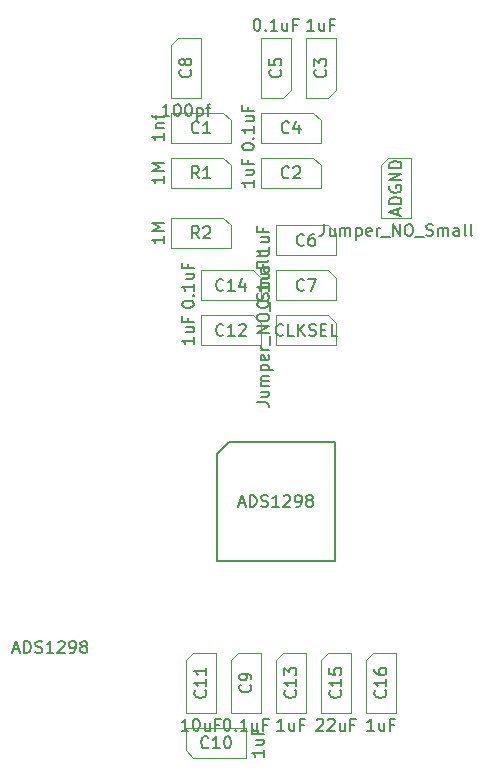
<source format=gbr>
%TF.GenerationSoftware,KiCad,Pcbnew,8.0.7*%
%TF.CreationDate,2025-04-29T18:28:53-03:00*%
%TF.ProjectId,ads_headstage_breadboard_v2,6164735f-6865-4616-9473-746167655f62,rev?*%
%TF.SameCoordinates,Original*%
%TF.FileFunction,AssemblyDrawing,Top*%
%FSLAX46Y46*%
G04 Gerber Fmt 4.6, Leading zero omitted, Abs format (unit mm)*
G04 Created by KiCad (PCBNEW 8.0.7) date 2025-04-29 18:28:53*
%MOMM*%
%LPD*%
G01*
G04 APERTURE LIST*
%ADD10C,0.150000*%
%ADD11C,0.100000*%
G04 APERTURE END LIST*
D10*
X97166952Y-124172704D02*
X97643142Y-124172704D01*
X97071714Y-124458419D02*
X97405047Y-123458419D01*
X97405047Y-123458419D02*
X97738380Y-124458419D01*
X98071714Y-124458419D02*
X98071714Y-123458419D01*
X98071714Y-123458419D02*
X98309809Y-123458419D01*
X98309809Y-123458419D02*
X98452666Y-123506038D01*
X98452666Y-123506038D02*
X98547904Y-123601276D01*
X98547904Y-123601276D02*
X98595523Y-123696514D01*
X98595523Y-123696514D02*
X98643142Y-123886990D01*
X98643142Y-123886990D02*
X98643142Y-124029847D01*
X98643142Y-124029847D02*
X98595523Y-124220323D01*
X98595523Y-124220323D02*
X98547904Y-124315561D01*
X98547904Y-124315561D02*
X98452666Y-124410800D01*
X98452666Y-124410800D02*
X98309809Y-124458419D01*
X98309809Y-124458419D02*
X98071714Y-124458419D01*
X99024095Y-124410800D02*
X99166952Y-124458419D01*
X99166952Y-124458419D02*
X99405047Y-124458419D01*
X99405047Y-124458419D02*
X99500285Y-124410800D01*
X99500285Y-124410800D02*
X99547904Y-124363180D01*
X99547904Y-124363180D02*
X99595523Y-124267942D01*
X99595523Y-124267942D02*
X99595523Y-124172704D01*
X99595523Y-124172704D02*
X99547904Y-124077466D01*
X99547904Y-124077466D02*
X99500285Y-124029847D01*
X99500285Y-124029847D02*
X99405047Y-123982228D01*
X99405047Y-123982228D02*
X99214571Y-123934609D01*
X99214571Y-123934609D02*
X99119333Y-123886990D01*
X99119333Y-123886990D02*
X99071714Y-123839371D01*
X99071714Y-123839371D02*
X99024095Y-123744133D01*
X99024095Y-123744133D02*
X99024095Y-123648895D01*
X99024095Y-123648895D02*
X99071714Y-123553657D01*
X99071714Y-123553657D02*
X99119333Y-123506038D01*
X99119333Y-123506038D02*
X99214571Y-123458419D01*
X99214571Y-123458419D02*
X99452666Y-123458419D01*
X99452666Y-123458419D02*
X99595523Y-123506038D01*
X100547904Y-124458419D02*
X99976476Y-124458419D01*
X100262190Y-124458419D02*
X100262190Y-123458419D01*
X100262190Y-123458419D02*
X100166952Y-123601276D01*
X100166952Y-123601276D02*
X100071714Y-123696514D01*
X100071714Y-123696514D02*
X99976476Y-123744133D01*
X100928857Y-123553657D02*
X100976476Y-123506038D01*
X100976476Y-123506038D02*
X101071714Y-123458419D01*
X101071714Y-123458419D02*
X101309809Y-123458419D01*
X101309809Y-123458419D02*
X101405047Y-123506038D01*
X101405047Y-123506038D02*
X101452666Y-123553657D01*
X101452666Y-123553657D02*
X101500285Y-123648895D01*
X101500285Y-123648895D02*
X101500285Y-123744133D01*
X101500285Y-123744133D02*
X101452666Y-123886990D01*
X101452666Y-123886990D02*
X100881238Y-124458419D01*
X100881238Y-124458419D02*
X101500285Y-124458419D01*
X101976476Y-124458419D02*
X102166952Y-124458419D01*
X102166952Y-124458419D02*
X102262190Y-124410800D01*
X102262190Y-124410800D02*
X102309809Y-124363180D01*
X102309809Y-124363180D02*
X102405047Y-124220323D01*
X102405047Y-124220323D02*
X102452666Y-124029847D01*
X102452666Y-124029847D02*
X102452666Y-123648895D01*
X102452666Y-123648895D02*
X102405047Y-123553657D01*
X102405047Y-123553657D02*
X102357428Y-123506038D01*
X102357428Y-123506038D02*
X102262190Y-123458419D01*
X102262190Y-123458419D02*
X102071714Y-123458419D01*
X102071714Y-123458419D02*
X101976476Y-123506038D01*
X101976476Y-123506038D02*
X101928857Y-123553657D01*
X101928857Y-123553657D02*
X101881238Y-123648895D01*
X101881238Y-123648895D02*
X101881238Y-123886990D01*
X101881238Y-123886990D02*
X101928857Y-123982228D01*
X101928857Y-123982228D02*
X101976476Y-124029847D01*
X101976476Y-124029847D02*
X102071714Y-124077466D01*
X102071714Y-124077466D02*
X102262190Y-124077466D01*
X102262190Y-124077466D02*
X102357428Y-124029847D01*
X102357428Y-124029847D02*
X102405047Y-123982228D01*
X102405047Y-123982228D02*
X102452666Y-123886990D01*
X103024095Y-123886990D02*
X102928857Y-123839371D01*
X102928857Y-123839371D02*
X102881238Y-123791752D01*
X102881238Y-123791752D02*
X102833619Y-123696514D01*
X102833619Y-123696514D02*
X102833619Y-123648895D01*
X102833619Y-123648895D02*
X102881238Y-123553657D01*
X102881238Y-123553657D02*
X102928857Y-123506038D01*
X102928857Y-123506038D02*
X103024095Y-123458419D01*
X103024095Y-123458419D02*
X103214571Y-123458419D01*
X103214571Y-123458419D02*
X103309809Y-123506038D01*
X103309809Y-123506038D02*
X103357428Y-123553657D01*
X103357428Y-123553657D02*
X103405047Y-123648895D01*
X103405047Y-123648895D02*
X103405047Y-123696514D01*
X103405047Y-123696514D02*
X103357428Y-123791752D01*
X103357428Y-123791752D02*
X103309809Y-123839371D01*
X103309809Y-123839371D02*
X103214571Y-123886990D01*
X103214571Y-123886990D02*
X103024095Y-123886990D01*
X103024095Y-123886990D02*
X102928857Y-123934609D01*
X102928857Y-123934609D02*
X102881238Y-123982228D01*
X102881238Y-123982228D02*
X102833619Y-124077466D01*
X102833619Y-124077466D02*
X102833619Y-124267942D01*
X102833619Y-124267942D02*
X102881238Y-124363180D01*
X102881238Y-124363180D02*
X102928857Y-124410800D01*
X102928857Y-124410800D02*
X103024095Y-124458419D01*
X103024095Y-124458419D02*
X103214571Y-124458419D01*
X103214571Y-124458419D02*
X103309809Y-124410800D01*
X103309809Y-124410800D02*
X103357428Y-124363180D01*
X103357428Y-124363180D02*
X103405047Y-124267942D01*
X103405047Y-124267942D02*
X103405047Y-124077466D01*
X103405047Y-124077466D02*
X103357428Y-123982228D01*
X103357428Y-123982228D02*
X103309809Y-123934609D01*
X103309809Y-123934609D02*
X103214571Y-123886990D01*
X116260952Y-111808704D02*
X116737142Y-111808704D01*
X116165714Y-112094419D02*
X116499047Y-111094419D01*
X116499047Y-111094419D02*
X116832380Y-112094419D01*
X117165714Y-112094419D02*
X117165714Y-111094419D01*
X117165714Y-111094419D02*
X117403809Y-111094419D01*
X117403809Y-111094419D02*
X117546666Y-111142038D01*
X117546666Y-111142038D02*
X117641904Y-111237276D01*
X117641904Y-111237276D02*
X117689523Y-111332514D01*
X117689523Y-111332514D02*
X117737142Y-111522990D01*
X117737142Y-111522990D02*
X117737142Y-111665847D01*
X117737142Y-111665847D02*
X117689523Y-111856323D01*
X117689523Y-111856323D02*
X117641904Y-111951561D01*
X117641904Y-111951561D02*
X117546666Y-112046800D01*
X117546666Y-112046800D02*
X117403809Y-112094419D01*
X117403809Y-112094419D02*
X117165714Y-112094419D01*
X118118095Y-112046800D02*
X118260952Y-112094419D01*
X118260952Y-112094419D02*
X118499047Y-112094419D01*
X118499047Y-112094419D02*
X118594285Y-112046800D01*
X118594285Y-112046800D02*
X118641904Y-111999180D01*
X118641904Y-111999180D02*
X118689523Y-111903942D01*
X118689523Y-111903942D02*
X118689523Y-111808704D01*
X118689523Y-111808704D02*
X118641904Y-111713466D01*
X118641904Y-111713466D02*
X118594285Y-111665847D01*
X118594285Y-111665847D02*
X118499047Y-111618228D01*
X118499047Y-111618228D02*
X118308571Y-111570609D01*
X118308571Y-111570609D02*
X118213333Y-111522990D01*
X118213333Y-111522990D02*
X118165714Y-111475371D01*
X118165714Y-111475371D02*
X118118095Y-111380133D01*
X118118095Y-111380133D02*
X118118095Y-111284895D01*
X118118095Y-111284895D02*
X118165714Y-111189657D01*
X118165714Y-111189657D02*
X118213333Y-111142038D01*
X118213333Y-111142038D02*
X118308571Y-111094419D01*
X118308571Y-111094419D02*
X118546666Y-111094419D01*
X118546666Y-111094419D02*
X118689523Y-111142038D01*
X119641904Y-112094419D02*
X119070476Y-112094419D01*
X119356190Y-112094419D02*
X119356190Y-111094419D01*
X119356190Y-111094419D02*
X119260952Y-111237276D01*
X119260952Y-111237276D02*
X119165714Y-111332514D01*
X119165714Y-111332514D02*
X119070476Y-111380133D01*
X120022857Y-111189657D02*
X120070476Y-111142038D01*
X120070476Y-111142038D02*
X120165714Y-111094419D01*
X120165714Y-111094419D02*
X120403809Y-111094419D01*
X120403809Y-111094419D02*
X120499047Y-111142038D01*
X120499047Y-111142038D02*
X120546666Y-111189657D01*
X120546666Y-111189657D02*
X120594285Y-111284895D01*
X120594285Y-111284895D02*
X120594285Y-111380133D01*
X120594285Y-111380133D02*
X120546666Y-111522990D01*
X120546666Y-111522990D02*
X119975238Y-112094419D01*
X119975238Y-112094419D02*
X120594285Y-112094419D01*
X121070476Y-112094419D02*
X121260952Y-112094419D01*
X121260952Y-112094419D02*
X121356190Y-112046800D01*
X121356190Y-112046800D02*
X121403809Y-111999180D01*
X121403809Y-111999180D02*
X121499047Y-111856323D01*
X121499047Y-111856323D02*
X121546666Y-111665847D01*
X121546666Y-111665847D02*
X121546666Y-111284895D01*
X121546666Y-111284895D02*
X121499047Y-111189657D01*
X121499047Y-111189657D02*
X121451428Y-111142038D01*
X121451428Y-111142038D02*
X121356190Y-111094419D01*
X121356190Y-111094419D02*
X121165714Y-111094419D01*
X121165714Y-111094419D02*
X121070476Y-111142038D01*
X121070476Y-111142038D02*
X121022857Y-111189657D01*
X121022857Y-111189657D02*
X120975238Y-111284895D01*
X120975238Y-111284895D02*
X120975238Y-111522990D01*
X120975238Y-111522990D02*
X121022857Y-111618228D01*
X121022857Y-111618228D02*
X121070476Y-111665847D01*
X121070476Y-111665847D02*
X121165714Y-111713466D01*
X121165714Y-111713466D02*
X121356190Y-111713466D01*
X121356190Y-111713466D02*
X121451428Y-111665847D01*
X121451428Y-111665847D02*
X121499047Y-111618228D01*
X121499047Y-111618228D02*
X121546666Y-111522990D01*
X122118095Y-111522990D02*
X122022857Y-111475371D01*
X122022857Y-111475371D02*
X121975238Y-111427752D01*
X121975238Y-111427752D02*
X121927619Y-111332514D01*
X121927619Y-111332514D02*
X121927619Y-111284895D01*
X121927619Y-111284895D02*
X121975238Y-111189657D01*
X121975238Y-111189657D02*
X122022857Y-111142038D01*
X122022857Y-111142038D02*
X122118095Y-111094419D01*
X122118095Y-111094419D02*
X122308571Y-111094419D01*
X122308571Y-111094419D02*
X122403809Y-111142038D01*
X122403809Y-111142038D02*
X122451428Y-111189657D01*
X122451428Y-111189657D02*
X122499047Y-111284895D01*
X122499047Y-111284895D02*
X122499047Y-111332514D01*
X122499047Y-111332514D02*
X122451428Y-111427752D01*
X122451428Y-111427752D02*
X122403809Y-111475371D01*
X122403809Y-111475371D02*
X122308571Y-111522990D01*
X122308571Y-111522990D02*
X122118095Y-111522990D01*
X122118095Y-111522990D02*
X122022857Y-111570609D01*
X122022857Y-111570609D02*
X121975238Y-111618228D01*
X121975238Y-111618228D02*
X121927619Y-111713466D01*
X121927619Y-111713466D02*
X121927619Y-111903942D01*
X121927619Y-111903942D02*
X121975238Y-111999180D01*
X121975238Y-111999180D02*
X122022857Y-112046800D01*
X122022857Y-112046800D02*
X122118095Y-112094419D01*
X122118095Y-112094419D02*
X122308571Y-112094419D01*
X122308571Y-112094419D02*
X122403809Y-112046800D01*
X122403809Y-112046800D02*
X122451428Y-111999180D01*
X122451428Y-111999180D02*
X122499047Y-111903942D01*
X122499047Y-111903942D02*
X122499047Y-111713466D01*
X122499047Y-111713466D02*
X122451428Y-111618228D01*
X122451428Y-111618228D02*
X122403809Y-111570609D01*
X122403809Y-111570609D02*
X122308571Y-111522990D01*
X109884819Y-80462381D02*
X109884819Y-81033809D01*
X109884819Y-80748095D02*
X108884819Y-80748095D01*
X108884819Y-80748095D02*
X109027676Y-80843333D01*
X109027676Y-80843333D02*
X109122914Y-80938571D01*
X109122914Y-80938571D02*
X109170533Y-81033809D01*
X109218152Y-80033809D02*
X109884819Y-80033809D01*
X109313390Y-80033809D02*
X109265771Y-79986190D01*
X109265771Y-79986190D02*
X109218152Y-79890952D01*
X109218152Y-79890952D02*
X109218152Y-79748095D01*
X109218152Y-79748095D02*
X109265771Y-79652857D01*
X109265771Y-79652857D02*
X109361009Y-79605238D01*
X109361009Y-79605238D02*
X109884819Y-79605238D01*
X109218152Y-79271904D02*
X109218152Y-78890952D01*
X109884819Y-79129047D02*
X109027676Y-79129047D01*
X109027676Y-79129047D02*
X108932438Y-79081428D01*
X108932438Y-79081428D02*
X108884819Y-78986190D01*
X108884819Y-78986190D02*
X108884819Y-78890952D01*
X112863333Y-80369580D02*
X112815714Y-80417200D01*
X112815714Y-80417200D02*
X112672857Y-80464819D01*
X112672857Y-80464819D02*
X112577619Y-80464819D01*
X112577619Y-80464819D02*
X112434762Y-80417200D01*
X112434762Y-80417200D02*
X112339524Y-80321961D01*
X112339524Y-80321961D02*
X112291905Y-80226723D01*
X112291905Y-80226723D02*
X112244286Y-80036247D01*
X112244286Y-80036247D02*
X112244286Y-79893390D01*
X112244286Y-79893390D02*
X112291905Y-79702914D01*
X112291905Y-79702914D02*
X112339524Y-79607676D01*
X112339524Y-79607676D02*
X112434762Y-79512438D01*
X112434762Y-79512438D02*
X112577619Y-79464819D01*
X112577619Y-79464819D02*
X112672857Y-79464819D01*
X112672857Y-79464819D02*
X112815714Y-79512438D01*
X112815714Y-79512438D02*
X112863333Y-79560057D01*
X113815714Y-80464819D02*
X113244286Y-80464819D01*
X113530000Y-80464819D02*
X113530000Y-79464819D01*
X113530000Y-79464819D02*
X113434762Y-79607676D01*
X113434762Y-79607676D02*
X113339524Y-79702914D01*
X113339524Y-79702914D02*
X113244286Y-79750533D01*
X117504819Y-84415238D02*
X117504819Y-84986666D01*
X117504819Y-84700952D02*
X116504819Y-84700952D01*
X116504819Y-84700952D02*
X116647676Y-84796190D01*
X116647676Y-84796190D02*
X116742914Y-84891428D01*
X116742914Y-84891428D02*
X116790533Y-84986666D01*
X116838152Y-83558095D02*
X117504819Y-83558095D01*
X116838152Y-83986666D02*
X117361961Y-83986666D01*
X117361961Y-83986666D02*
X117457200Y-83939047D01*
X117457200Y-83939047D02*
X117504819Y-83843809D01*
X117504819Y-83843809D02*
X117504819Y-83700952D01*
X117504819Y-83700952D02*
X117457200Y-83605714D01*
X117457200Y-83605714D02*
X117409580Y-83558095D01*
X116981009Y-82748571D02*
X116981009Y-83081904D01*
X117504819Y-83081904D02*
X116504819Y-83081904D01*
X116504819Y-83081904D02*
X116504819Y-82605714D01*
X120483333Y-84179580D02*
X120435714Y-84227200D01*
X120435714Y-84227200D02*
X120292857Y-84274819D01*
X120292857Y-84274819D02*
X120197619Y-84274819D01*
X120197619Y-84274819D02*
X120054762Y-84227200D01*
X120054762Y-84227200D02*
X119959524Y-84131961D01*
X119959524Y-84131961D02*
X119911905Y-84036723D01*
X119911905Y-84036723D02*
X119864286Y-83846247D01*
X119864286Y-83846247D02*
X119864286Y-83703390D01*
X119864286Y-83703390D02*
X119911905Y-83512914D01*
X119911905Y-83512914D02*
X119959524Y-83417676D01*
X119959524Y-83417676D02*
X120054762Y-83322438D01*
X120054762Y-83322438D02*
X120197619Y-83274819D01*
X120197619Y-83274819D02*
X120292857Y-83274819D01*
X120292857Y-83274819D02*
X120435714Y-83322438D01*
X120435714Y-83322438D02*
X120483333Y-83370057D01*
X120864286Y-83370057D02*
X120911905Y-83322438D01*
X120911905Y-83322438D02*
X121007143Y-83274819D01*
X121007143Y-83274819D02*
X121245238Y-83274819D01*
X121245238Y-83274819D02*
X121340476Y-83322438D01*
X121340476Y-83322438D02*
X121388095Y-83370057D01*
X121388095Y-83370057D02*
X121435714Y-83465295D01*
X121435714Y-83465295D02*
X121435714Y-83560533D01*
X121435714Y-83560533D02*
X121388095Y-83703390D01*
X121388095Y-83703390D02*
X120816667Y-84274819D01*
X120816667Y-84274819D02*
X121435714Y-84274819D01*
X122594761Y-71784819D02*
X122023333Y-71784819D01*
X122309047Y-71784819D02*
X122309047Y-70784819D01*
X122309047Y-70784819D02*
X122213809Y-70927676D01*
X122213809Y-70927676D02*
X122118571Y-71022914D01*
X122118571Y-71022914D02*
X122023333Y-71070533D01*
X123451904Y-71118152D02*
X123451904Y-71784819D01*
X123023333Y-71118152D02*
X123023333Y-71641961D01*
X123023333Y-71641961D02*
X123070952Y-71737200D01*
X123070952Y-71737200D02*
X123166190Y-71784819D01*
X123166190Y-71784819D02*
X123309047Y-71784819D01*
X123309047Y-71784819D02*
X123404285Y-71737200D01*
X123404285Y-71737200D02*
X123451904Y-71689580D01*
X124261428Y-71261009D02*
X123928095Y-71261009D01*
X123928095Y-71784819D02*
X123928095Y-70784819D01*
X123928095Y-70784819D02*
X124404285Y-70784819D01*
X123549580Y-75096666D02*
X123597200Y-75144285D01*
X123597200Y-75144285D02*
X123644819Y-75287142D01*
X123644819Y-75287142D02*
X123644819Y-75382380D01*
X123644819Y-75382380D02*
X123597200Y-75525237D01*
X123597200Y-75525237D02*
X123501961Y-75620475D01*
X123501961Y-75620475D02*
X123406723Y-75668094D01*
X123406723Y-75668094D02*
X123216247Y-75715713D01*
X123216247Y-75715713D02*
X123073390Y-75715713D01*
X123073390Y-75715713D02*
X122882914Y-75668094D01*
X122882914Y-75668094D02*
X122787676Y-75620475D01*
X122787676Y-75620475D02*
X122692438Y-75525237D01*
X122692438Y-75525237D02*
X122644819Y-75382380D01*
X122644819Y-75382380D02*
X122644819Y-75287142D01*
X122644819Y-75287142D02*
X122692438Y-75144285D01*
X122692438Y-75144285D02*
X122740057Y-75096666D01*
X122644819Y-74763332D02*
X122644819Y-74144285D01*
X122644819Y-74144285D02*
X123025771Y-74477618D01*
X123025771Y-74477618D02*
X123025771Y-74334761D01*
X123025771Y-74334761D02*
X123073390Y-74239523D01*
X123073390Y-74239523D02*
X123121009Y-74191904D01*
X123121009Y-74191904D02*
X123216247Y-74144285D01*
X123216247Y-74144285D02*
X123454342Y-74144285D01*
X123454342Y-74144285D02*
X123549580Y-74191904D01*
X123549580Y-74191904D02*
X123597200Y-74239523D01*
X123597200Y-74239523D02*
X123644819Y-74334761D01*
X123644819Y-74334761D02*
X123644819Y-74620475D01*
X123644819Y-74620475D02*
X123597200Y-74715713D01*
X123597200Y-74715713D02*
X123549580Y-74763332D01*
X116504819Y-81652856D02*
X116504819Y-81557618D01*
X116504819Y-81557618D02*
X116552438Y-81462380D01*
X116552438Y-81462380D02*
X116600057Y-81414761D01*
X116600057Y-81414761D02*
X116695295Y-81367142D01*
X116695295Y-81367142D02*
X116885771Y-81319523D01*
X116885771Y-81319523D02*
X117123866Y-81319523D01*
X117123866Y-81319523D02*
X117314342Y-81367142D01*
X117314342Y-81367142D02*
X117409580Y-81414761D01*
X117409580Y-81414761D02*
X117457200Y-81462380D01*
X117457200Y-81462380D02*
X117504819Y-81557618D01*
X117504819Y-81557618D02*
X117504819Y-81652856D01*
X117504819Y-81652856D02*
X117457200Y-81748094D01*
X117457200Y-81748094D02*
X117409580Y-81795713D01*
X117409580Y-81795713D02*
X117314342Y-81843332D01*
X117314342Y-81843332D02*
X117123866Y-81890951D01*
X117123866Y-81890951D02*
X116885771Y-81890951D01*
X116885771Y-81890951D02*
X116695295Y-81843332D01*
X116695295Y-81843332D02*
X116600057Y-81795713D01*
X116600057Y-81795713D02*
X116552438Y-81748094D01*
X116552438Y-81748094D02*
X116504819Y-81652856D01*
X117409580Y-80890951D02*
X117457200Y-80843332D01*
X117457200Y-80843332D02*
X117504819Y-80890951D01*
X117504819Y-80890951D02*
X117457200Y-80938570D01*
X117457200Y-80938570D02*
X117409580Y-80890951D01*
X117409580Y-80890951D02*
X117504819Y-80890951D01*
X117504819Y-79890952D02*
X117504819Y-80462380D01*
X117504819Y-80176666D02*
X116504819Y-80176666D01*
X116504819Y-80176666D02*
X116647676Y-80271904D01*
X116647676Y-80271904D02*
X116742914Y-80367142D01*
X116742914Y-80367142D02*
X116790533Y-80462380D01*
X116838152Y-79033809D02*
X117504819Y-79033809D01*
X116838152Y-79462380D02*
X117361961Y-79462380D01*
X117361961Y-79462380D02*
X117457200Y-79414761D01*
X117457200Y-79414761D02*
X117504819Y-79319523D01*
X117504819Y-79319523D02*
X117504819Y-79176666D01*
X117504819Y-79176666D02*
X117457200Y-79081428D01*
X117457200Y-79081428D02*
X117409580Y-79033809D01*
X116981009Y-78224285D02*
X116981009Y-78557618D01*
X117504819Y-78557618D02*
X116504819Y-78557618D01*
X116504819Y-78557618D02*
X116504819Y-78081428D01*
X120483333Y-80369580D02*
X120435714Y-80417200D01*
X120435714Y-80417200D02*
X120292857Y-80464819D01*
X120292857Y-80464819D02*
X120197619Y-80464819D01*
X120197619Y-80464819D02*
X120054762Y-80417200D01*
X120054762Y-80417200D02*
X119959524Y-80321961D01*
X119959524Y-80321961D02*
X119911905Y-80226723D01*
X119911905Y-80226723D02*
X119864286Y-80036247D01*
X119864286Y-80036247D02*
X119864286Y-79893390D01*
X119864286Y-79893390D02*
X119911905Y-79702914D01*
X119911905Y-79702914D02*
X119959524Y-79607676D01*
X119959524Y-79607676D02*
X120054762Y-79512438D01*
X120054762Y-79512438D02*
X120197619Y-79464819D01*
X120197619Y-79464819D02*
X120292857Y-79464819D01*
X120292857Y-79464819D02*
X120435714Y-79512438D01*
X120435714Y-79512438D02*
X120483333Y-79560057D01*
X121340476Y-79798152D02*
X121340476Y-80464819D01*
X121102381Y-79417200D02*
X120864286Y-80131485D01*
X120864286Y-80131485D02*
X121483333Y-80131485D01*
X117737143Y-70784819D02*
X117832381Y-70784819D01*
X117832381Y-70784819D02*
X117927619Y-70832438D01*
X117927619Y-70832438D02*
X117975238Y-70880057D01*
X117975238Y-70880057D02*
X118022857Y-70975295D01*
X118022857Y-70975295D02*
X118070476Y-71165771D01*
X118070476Y-71165771D02*
X118070476Y-71403866D01*
X118070476Y-71403866D02*
X118022857Y-71594342D01*
X118022857Y-71594342D02*
X117975238Y-71689580D01*
X117975238Y-71689580D02*
X117927619Y-71737200D01*
X117927619Y-71737200D02*
X117832381Y-71784819D01*
X117832381Y-71784819D02*
X117737143Y-71784819D01*
X117737143Y-71784819D02*
X117641905Y-71737200D01*
X117641905Y-71737200D02*
X117594286Y-71689580D01*
X117594286Y-71689580D02*
X117546667Y-71594342D01*
X117546667Y-71594342D02*
X117499048Y-71403866D01*
X117499048Y-71403866D02*
X117499048Y-71165771D01*
X117499048Y-71165771D02*
X117546667Y-70975295D01*
X117546667Y-70975295D02*
X117594286Y-70880057D01*
X117594286Y-70880057D02*
X117641905Y-70832438D01*
X117641905Y-70832438D02*
X117737143Y-70784819D01*
X118499048Y-71689580D02*
X118546667Y-71737200D01*
X118546667Y-71737200D02*
X118499048Y-71784819D01*
X118499048Y-71784819D02*
X118451429Y-71737200D01*
X118451429Y-71737200D02*
X118499048Y-71689580D01*
X118499048Y-71689580D02*
X118499048Y-71784819D01*
X119499047Y-71784819D02*
X118927619Y-71784819D01*
X119213333Y-71784819D02*
X119213333Y-70784819D01*
X119213333Y-70784819D02*
X119118095Y-70927676D01*
X119118095Y-70927676D02*
X119022857Y-71022914D01*
X119022857Y-71022914D02*
X118927619Y-71070533D01*
X120356190Y-71118152D02*
X120356190Y-71784819D01*
X119927619Y-71118152D02*
X119927619Y-71641961D01*
X119927619Y-71641961D02*
X119975238Y-71737200D01*
X119975238Y-71737200D02*
X120070476Y-71784819D01*
X120070476Y-71784819D02*
X120213333Y-71784819D01*
X120213333Y-71784819D02*
X120308571Y-71737200D01*
X120308571Y-71737200D02*
X120356190Y-71689580D01*
X121165714Y-71261009D02*
X120832381Y-71261009D01*
X120832381Y-71784819D02*
X120832381Y-70784819D01*
X120832381Y-70784819D02*
X121308571Y-70784819D01*
X119739580Y-75096666D02*
X119787200Y-75144285D01*
X119787200Y-75144285D02*
X119834819Y-75287142D01*
X119834819Y-75287142D02*
X119834819Y-75382380D01*
X119834819Y-75382380D02*
X119787200Y-75525237D01*
X119787200Y-75525237D02*
X119691961Y-75620475D01*
X119691961Y-75620475D02*
X119596723Y-75668094D01*
X119596723Y-75668094D02*
X119406247Y-75715713D01*
X119406247Y-75715713D02*
X119263390Y-75715713D01*
X119263390Y-75715713D02*
X119072914Y-75668094D01*
X119072914Y-75668094D02*
X118977676Y-75620475D01*
X118977676Y-75620475D02*
X118882438Y-75525237D01*
X118882438Y-75525237D02*
X118834819Y-75382380D01*
X118834819Y-75382380D02*
X118834819Y-75287142D01*
X118834819Y-75287142D02*
X118882438Y-75144285D01*
X118882438Y-75144285D02*
X118930057Y-75096666D01*
X118834819Y-74191904D02*
X118834819Y-74668094D01*
X118834819Y-74668094D02*
X119311009Y-74715713D01*
X119311009Y-74715713D02*
X119263390Y-74668094D01*
X119263390Y-74668094D02*
X119215771Y-74572856D01*
X119215771Y-74572856D02*
X119215771Y-74334761D01*
X119215771Y-74334761D02*
X119263390Y-74239523D01*
X119263390Y-74239523D02*
X119311009Y-74191904D01*
X119311009Y-74191904D02*
X119406247Y-74144285D01*
X119406247Y-74144285D02*
X119644342Y-74144285D01*
X119644342Y-74144285D02*
X119739580Y-74191904D01*
X119739580Y-74191904D02*
X119787200Y-74239523D01*
X119787200Y-74239523D02*
X119834819Y-74334761D01*
X119834819Y-74334761D02*
X119834819Y-74572856D01*
X119834819Y-74572856D02*
X119787200Y-74668094D01*
X119787200Y-74668094D02*
X119739580Y-74715713D01*
X118774819Y-90130238D02*
X118774819Y-90701666D01*
X118774819Y-90415952D02*
X117774819Y-90415952D01*
X117774819Y-90415952D02*
X117917676Y-90511190D01*
X117917676Y-90511190D02*
X118012914Y-90606428D01*
X118012914Y-90606428D02*
X118060533Y-90701666D01*
X118108152Y-89273095D02*
X118774819Y-89273095D01*
X118108152Y-89701666D02*
X118631961Y-89701666D01*
X118631961Y-89701666D02*
X118727200Y-89654047D01*
X118727200Y-89654047D02*
X118774819Y-89558809D01*
X118774819Y-89558809D02*
X118774819Y-89415952D01*
X118774819Y-89415952D02*
X118727200Y-89320714D01*
X118727200Y-89320714D02*
X118679580Y-89273095D01*
X118251009Y-88463571D02*
X118251009Y-88796904D01*
X118774819Y-88796904D02*
X117774819Y-88796904D01*
X117774819Y-88796904D02*
X117774819Y-88320714D01*
X121753333Y-89894580D02*
X121705714Y-89942200D01*
X121705714Y-89942200D02*
X121562857Y-89989819D01*
X121562857Y-89989819D02*
X121467619Y-89989819D01*
X121467619Y-89989819D02*
X121324762Y-89942200D01*
X121324762Y-89942200D02*
X121229524Y-89846961D01*
X121229524Y-89846961D02*
X121181905Y-89751723D01*
X121181905Y-89751723D02*
X121134286Y-89561247D01*
X121134286Y-89561247D02*
X121134286Y-89418390D01*
X121134286Y-89418390D02*
X121181905Y-89227914D01*
X121181905Y-89227914D02*
X121229524Y-89132676D01*
X121229524Y-89132676D02*
X121324762Y-89037438D01*
X121324762Y-89037438D02*
X121467619Y-88989819D01*
X121467619Y-88989819D02*
X121562857Y-88989819D01*
X121562857Y-88989819D02*
X121705714Y-89037438D01*
X121705714Y-89037438D02*
X121753333Y-89085057D01*
X122610476Y-88989819D02*
X122420000Y-88989819D01*
X122420000Y-88989819D02*
X122324762Y-89037438D01*
X122324762Y-89037438D02*
X122277143Y-89085057D01*
X122277143Y-89085057D02*
X122181905Y-89227914D01*
X122181905Y-89227914D02*
X122134286Y-89418390D01*
X122134286Y-89418390D02*
X122134286Y-89799342D01*
X122134286Y-89799342D02*
X122181905Y-89894580D01*
X122181905Y-89894580D02*
X122229524Y-89942200D01*
X122229524Y-89942200D02*
X122324762Y-89989819D01*
X122324762Y-89989819D02*
X122515238Y-89989819D01*
X122515238Y-89989819D02*
X122610476Y-89942200D01*
X122610476Y-89942200D02*
X122658095Y-89894580D01*
X122658095Y-89894580D02*
X122705714Y-89799342D01*
X122705714Y-89799342D02*
X122705714Y-89561247D01*
X122705714Y-89561247D02*
X122658095Y-89466009D01*
X122658095Y-89466009D02*
X122610476Y-89418390D01*
X122610476Y-89418390D02*
X122515238Y-89370771D01*
X122515238Y-89370771D02*
X122324762Y-89370771D01*
X122324762Y-89370771D02*
X122229524Y-89418390D01*
X122229524Y-89418390D02*
X122181905Y-89466009D01*
X122181905Y-89466009D02*
X122134286Y-89561247D01*
X117774819Y-94987856D02*
X117774819Y-94892618D01*
X117774819Y-94892618D02*
X117822438Y-94797380D01*
X117822438Y-94797380D02*
X117870057Y-94749761D01*
X117870057Y-94749761D02*
X117965295Y-94702142D01*
X117965295Y-94702142D02*
X118155771Y-94654523D01*
X118155771Y-94654523D02*
X118393866Y-94654523D01*
X118393866Y-94654523D02*
X118584342Y-94702142D01*
X118584342Y-94702142D02*
X118679580Y-94749761D01*
X118679580Y-94749761D02*
X118727200Y-94797380D01*
X118727200Y-94797380D02*
X118774819Y-94892618D01*
X118774819Y-94892618D02*
X118774819Y-94987856D01*
X118774819Y-94987856D02*
X118727200Y-95083094D01*
X118727200Y-95083094D02*
X118679580Y-95130713D01*
X118679580Y-95130713D02*
X118584342Y-95178332D01*
X118584342Y-95178332D02*
X118393866Y-95225951D01*
X118393866Y-95225951D02*
X118155771Y-95225951D01*
X118155771Y-95225951D02*
X117965295Y-95178332D01*
X117965295Y-95178332D02*
X117870057Y-95130713D01*
X117870057Y-95130713D02*
X117822438Y-95083094D01*
X117822438Y-95083094D02*
X117774819Y-94987856D01*
X118679580Y-94225951D02*
X118727200Y-94178332D01*
X118727200Y-94178332D02*
X118774819Y-94225951D01*
X118774819Y-94225951D02*
X118727200Y-94273570D01*
X118727200Y-94273570D02*
X118679580Y-94225951D01*
X118679580Y-94225951D02*
X118774819Y-94225951D01*
X118774819Y-93225952D02*
X118774819Y-93797380D01*
X118774819Y-93511666D02*
X117774819Y-93511666D01*
X117774819Y-93511666D02*
X117917676Y-93606904D01*
X117917676Y-93606904D02*
X118012914Y-93702142D01*
X118012914Y-93702142D02*
X118060533Y-93797380D01*
X118108152Y-92368809D02*
X118774819Y-92368809D01*
X118108152Y-92797380D02*
X118631961Y-92797380D01*
X118631961Y-92797380D02*
X118727200Y-92749761D01*
X118727200Y-92749761D02*
X118774819Y-92654523D01*
X118774819Y-92654523D02*
X118774819Y-92511666D01*
X118774819Y-92511666D02*
X118727200Y-92416428D01*
X118727200Y-92416428D02*
X118679580Y-92368809D01*
X118251009Y-91559285D02*
X118251009Y-91892618D01*
X118774819Y-91892618D02*
X117774819Y-91892618D01*
X117774819Y-91892618D02*
X117774819Y-91416428D01*
X121753333Y-93704580D02*
X121705714Y-93752200D01*
X121705714Y-93752200D02*
X121562857Y-93799819D01*
X121562857Y-93799819D02*
X121467619Y-93799819D01*
X121467619Y-93799819D02*
X121324762Y-93752200D01*
X121324762Y-93752200D02*
X121229524Y-93656961D01*
X121229524Y-93656961D02*
X121181905Y-93561723D01*
X121181905Y-93561723D02*
X121134286Y-93371247D01*
X121134286Y-93371247D02*
X121134286Y-93228390D01*
X121134286Y-93228390D02*
X121181905Y-93037914D01*
X121181905Y-93037914D02*
X121229524Y-92942676D01*
X121229524Y-92942676D02*
X121324762Y-92847438D01*
X121324762Y-92847438D02*
X121467619Y-92799819D01*
X121467619Y-92799819D02*
X121562857Y-92799819D01*
X121562857Y-92799819D02*
X121705714Y-92847438D01*
X121705714Y-92847438D02*
X121753333Y-92895057D01*
X122086667Y-92799819D02*
X122753333Y-92799819D01*
X122753333Y-92799819D02*
X122324762Y-93799819D01*
X110355237Y-78984819D02*
X109783809Y-78984819D01*
X110069523Y-78984819D02*
X110069523Y-77984819D01*
X110069523Y-77984819D02*
X109974285Y-78127676D01*
X109974285Y-78127676D02*
X109879047Y-78222914D01*
X109879047Y-78222914D02*
X109783809Y-78270533D01*
X110974285Y-77984819D02*
X111069523Y-77984819D01*
X111069523Y-77984819D02*
X111164761Y-78032438D01*
X111164761Y-78032438D02*
X111212380Y-78080057D01*
X111212380Y-78080057D02*
X111259999Y-78175295D01*
X111259999Y-78175295D02*
X111307618Y-78365771D01*
X111307618Y-78365771D02*
X111307618Y-78603866D01*
X111307618Y-78603866D02*
X111259999Y-78794342D01*
X111259999Y-78794342D02*
X111212380Y-78889580D01*
X111212380Y-78889580D02*
X111164761Y-78937200D01*
X111164761Y-78937200D02*
X111069523Y-78984819D01*
X111069523Y-78984819D02*
X110974285Y-78984819D01*
X110974285Y-78984819D02*
X110879047Y-78937200D01*
X110879047Y-78937200D02*
X110831428Y-78889580D01*
X110831428Y-78889580D02*
X110783809Y-78794342D01*
X110783809Y-78794342D02*
X110736190Y-78603866D01*
X110736190Y-78603866D02*
X110736190Y-78365771D01*
X110736190Y-78365771D02*
X110783809Y-78175295D01*
X110783809Y-78175295D02*
X110831428Y-78080057D01*
X110831428Y-78080057D02*
X110879047Y-78032438D01*
X110879047Y-78032438D02*
X110974285Y-77984819D01*
X111926666Y-77984819D02*
X112021904Y-77984819D01*
X112021904Y-77984819D02*
X112117142Y-78032438D01*
X112117142Y-78032438D02*
X112164761Y-78080057D01*
X112164761Y-78080057D02*
X112212380Y-78175295D01*
X112212380Y-78175295D02*
X112259999Y-78365771D01*
X112259999Y-78365771D02*
X112259999Y-78603866D01*
X112259999Y-78603866D02*
X112212380Y-78794342D01*
X112212380Y-78794342D02*
X112164761Y-78889580D01*
X112164761Y-78889580D02*
X112117142Y-78937200D01*
X112117142Y-78937200D02*
X112021904Y-78984819D01*
X112021904Y-78984819D02*
X111926666Y-78984819D01*
X111926666Y-78984819D02*
X111831428Y-78937200D01*
X111831428Y-78937200D02*
X111783809Y-78889580D01*
X111783809Y-78889580D02*
X111736190Y-78794342D01*
X111736190Y-78794342D02*
X111688571Y-78603866D01*
X111688571Y-78603866D02*
X111688571Y-78365771D01*
X111688571Y-78365771D02*
X111736190Y-78175295D01*
X111736190Y-78175295D02*
X111783809Y-78080057D01*
X111783809Y-78080057D02*
X111831428Y-78032438D01*
X111831428Y-78032438D02*
X111926666Y-77984819D01*
X112688571Y-78318152D02*
X112688571Y-79318152D01*
X112688571Y-78365771D02*
X112783809Y-78318152D01*
X112783809Y-78318152D02*
X112974285Y-78318152D01*
X112974285Y-78318152D02*
X113069523Y-78365771D01*
X113069523Y-78365771D02*
X113117142Y-78413390D01*
X113117142Y-78413390D02*
X113164761Y-78508628D01*
X113164761Y-78508628D02*
X113164761Y-78794342D01*
X113164761Y-78794342D02*
X113117142Y-78889580D01*
X113117142Y-78889580D02*
X113069523Y-78937200D01*
X113069523Y-78937200D02*
X112974285Y-78984819D01*
X112974285Y-78984819D02*
X112783809Y-78984819D01*
X112783809Y-78984819D02*
X112688571Y-78937200D01*
X113450476Y-78318152D02*
X113831428Y-78318152D01*
X113593333Y-78984819D02*
X113593333Y-78127676D01*
X113593333Y-78127676D02*
X113640952Y-78032438D01*
X113640952Y-78032438D02*
X113736190Y-77984819D01*
X113736190Y-77984819D02*
X113831428Y-77984819D01*
X112119580Y-75096666D02*
X112167200Y-75144285D01*
X112167200Y-75144285D02*
X112214819Y-75287142D01*
X112214819Y-75287142D02*
X112214819Y-75382380D01*
X112214819Y-75382380D02*
X112167200Y-75525237D01*
X112167200Y-75525237D02*
X112071961Y-75620475D01*
X112071961Y-75620475D02*
X111976723Y-75668094D01*
X111976723Y-75668094D02*
X111786247Y-75715713D01*
X111786247Y-75715713D02*
X111643390Y-75715713D01*
X111643390Y-75715713D02*
X111452914Y-75668094D01*
X111452914Y-75668094D02*
X111357676Y-75620475D01*
X111357676Y-75620475D02*
X111262438Y-75525237D01*
X111262438Y-75525237D02*
X111214819Y-75382380D01*
X111214819Y-75382380D02*
X111214819Y-75287142D01*
X111214819Y-75287142D02*
X111262438Y-75144285D01*
X111262438Y-75144285D02*
X111310057Y-75096666D01*
X111643390Y-74525237D02*
X111595771Y-74620475D01*
X111595771Y-74620475D02*
X111548152Y-74668094D01*
X111548152Y-74668094D02*
X111452914Y-74715713D01*
X111452914Y-74715713D02*
X111405295Y-74715713D01*
X111405295Y-74715713D02*
X111310057Y-74668094D01*
X111310057Y-74668094D02*
X111262438Y-74620475D01*
X111262438Y-74620475D02*
X111214819Y-74525237D01*
X111214819Y-74525237D02*
X111214819Y-74334761D01*
X111214819Y-74334761D02*
X111262438Y-74239523D01*
X111262438Y-74239523D02*
X111310057Y-74191904D01*
X111310057Y-74191904D02*
X111405295Y-74144285D01*
X111405295Y-74144285D02*
X111452914Y-74144285D01*
X111452914Y-74144285D02*
X111548152Y-74191904D01*
X111548152Y-74191904D02*
X111595771Y-74239523D01*
X111595771Y-74239523D02*
X111643390Y-74334761D01*
X111643390Y-74334761D02*
X111643390Y-74525237D01*
X111643390Y-74525237D02*
X111691009Y-74620475D01*
X111691009Y-74620475D02*
X111738628Y-74668094D01*
X111738628Y-74668094D02*
X111833866Y-74715713D01*
X111833866Y-74715713D02*
X112024342Y-74715713D01*
X112024342Y-74715713D02*
X112119580Y-74668094D01*
X112119580Y-74668094D02*
X112167200Y-74620475D01*
X112167200Y-74620475D02*
X112214819Y-74525237D01*
X112214819Y-74525237D02*
X112214819Y-74334761D01*
X112214819Y-74334761D02*
X112167200Y-74239523D01*
X112167200Y-74239523D02*
X112119580Y-74191904D01*
X112119580Y-74191904D02*
X112024342Y-74144285D01*
X112024342Y-74144285D02*
X111833866Y-74144285D01*
X111833866Y-74144285D02*
X111738628Y-74191904D01*
X111738628Y-74191904D02*
X111691009Y-74239523D01*
X111691009Y-74239523D02*
X111643390Y-74334761D01*
X115197143Y-130049819D02*
X115292381Y-130049819D01*
X115292381Y-130049819D02*
X115387619Y-130097438D01*
X115387619Y-130097438D02*
X115435238Y-130145057D01*
X115435238Y-130145057D02*
X115482857Y-130240295D01*
X115482857Y-130240295D02*
X115530476Y-130430771D01*
X115530476Y-130430771D02*
X115530476Y-130668866D01*
X115530476Y-130668866D02*
X115482857Y-130859342D01*
X115482857Y-130859342D02*
X115435238Y-130954580D01*
X115435238Y-130954580D02*
X115387619Y-131002200D01*
X115387619Y-131002200D02*
X115292381Y-131049819D01*
X115292381Y-131049819D02*
X115197143Y-131049819D01*
X115197143Y-131049819D02*
X115101905Y-131002200D01*
X115101905Y-131002200D02*
X115054286Y-130954580D01*
X115054286Y-130954580D02*
X115006667Y-130859342D01*
X115006667Y-130859342D02*
X114959048Y-130668866D01*
X114959048Y-130668866D02*
X114959048Y-130430771D01*
X114959048Y-130430771D02*
X115006667Y-130240295D01*
X115006667Y-130240295D02*
X115054286Y-130145057D01*
X115054286Y-130145057D02*
X115101905Y-130097438D01*
X115101905Y-130097438D02*
X115197143Y-130049819D01*
X115959048Y-130954580D02*
X116006667Y-131002200D01*
X116006667Y-131002200D02*
X115959048Y-131049819D01*
X115959048Y-131049819D02*
X115911429Y-131002200D01*
X115911429Y-131002200D02*
X115959048Y-130954580D01*
X115959048Y-130954580D02*
X115959048Y-131049819D01*
X116959047Y-131049819D02*
X116387619Y-131049819D01*
X116673333Y-131049819D02*
X116673333Y-130049819D01*
X116673333Y-130049819D02*
X116578095Y-130192676D01*
X116578095Y-130192676D02*
X116482857Y-130287914D01*
X116482857Y-130287914D02*
X116387619Y-130335533D01*
X117816190Y-130383152D02*
X117816190Y-131049819D01*
X117387619Y-130383152D02*
X117387619Y-130906961D01*
X117387619Y-130906961D02*
X117435238Y-131002200D01*
X117435238Y-131002200D02*
X117530476Y-131049819D01*
X117530476Y-131049819D02*
X117673333Y-131049819D01*
X117673333Y-131049819D02*
X117768571Y-131002200D01*
X117768571Y-131002200D02*
X117816190Y-130954580D01*
X118625714Y-130526009D02*
X118292381Y-130526009D01*
X118292381Y-131049819D02*
X118292381Y-130049819D01*
X118292381Y-130049819D02*
X118768571Y-130049819D01*
X117199580Y-127161666D02*
X117247200Y-127209285D01*
X117247200Y-127209285D02*
X117294819Y-127352142D01*
X117294819Y-127352142D02*
X117294819Y-127447380D01*
X117294819Y-127447380D02*
X117247200Y-127590237D01*
X117247200Y-127590237D02*
X117151961Y-127685475D01*
X117151961Y-127685475D02*
X117056723Y-127733094D01*
X117056723Y-127733094D02*
X116866247Y-127780713D01*
X116866247Y-127780713D02*
X116723390Y-127780713D01*
X116723390Y-127780713D02*
X116532914Y-127733094D01*
X116532914Y-127733094D02*
X116437676Y-127685475D01*
X116437676Y-127685475D02*
X116342438Y-127590237D01*
X116342438Y-127590237D02*
X116294819Y-127447380D01*
X116294819Y-127447380D02*
X116294819Y-127352142D01*
X116294819Y-127352142D02*
X116342438Y-127209285D01*
X116342438Y-127209285D02*
X116390057Y-127161666D01*
X117294819Y-126685475D02*
X117294819Y-126494999D01*
X117294819Y-126494999D02*
X117247200Y-126399761D01*
X117247200Y-126399761D02*
X117199580Y-126352142D01*
X117199580Y-126352142D02*
X117056723Y-126256904D01*
X117056723Y-126256904D02*
X116866247Y-126209285D01*
X116866247Y-126209285D02*
X116485295Y-126209285D01*
X116485295Y-126209285D02*
X116390057Y-126256904D01*
X116390057Y-126256904D02*
X116342438Y-126304523D01*
X116342438Y-126304523D02*
X116294819Y-126399761D01*
X116294819Y-126399761D02*
X116294819Y-126590237D01*
X116294819Y-126590237D02*
X116342438Y-126685475D01*
X116342438Y-126685475D02*
X116390057Y-126733094D01*
X116390057Y-126733094D02*
X116485295Y-126780713D01*
X116485295Y-126780713D02*
X116723390Y-126780713D01*
X116723390Y-126780713D02*
X116818628Y-126733094D01*
X116818628Y-126733094D02*
X116866247Y-126685475D01*
X116866247Y-126685475D02*
X116913866Y-126590237D01*
X116913866Y-126590237D02*
X116913866Y-126399761D01*
X116913866Y-126399761D02*
X116866247Y-126304523D01*
X116866247Y-126304523D02*
X116818628Y-126256904D01*
X116818628Y-126256904D02*
X116723390Y-126209285D01*
X118354819Y-132675238D02*
X118354819Y-133246666D01*
X118354819Y-132960952D02*
X117354819Y-132960952D01*
X117354819Y-132960952D02*
X117497676Y-133056190D01*
X117497676Y-133056190D02*
X117592914Y-133151428D01*
X117592914Y-133151428D02*
X117640533Y-133246666D01*
X117688152Y-131818095D02*
X118354819Y-131818095D01*
X117688152Y-132246666D02*
X118211961Y-132246666D01*
X118211961Y-132246666D02*
X118307200Y-132199047D01*
X118307200Y-132199047D02*
X118354819Y-132103809D01*
X118354819Y-132103809D02*
X118354819Y-131960952D01*
X118354819Y-131960952D02*
X118307200Y-131865714D01*
X118307200Y-131865714D02*
X118259580Y-131818095D01*
X117831009Y-131008571D02*
X117831009Y-131341904D01*
X118354819Y-131341904D02*
X117354819Y-131341904D01*
X117354819Y-131341904D02*
X117354819Y-130865714D01*
X113657142Y-132439580D02*
X113609523Y-132487200D01*
X113609523Y-132487200D02*
X113466666Y-132534819D01*
X113466666Y-132534819D02*
X113371428Y-132534819D01*
X113371428Y-132534819D02*
X113228571Y-132487200D01*
X113228571Y-132487200D02*
X113133333Y-132391961D01*
X113133333Y-132391961D02*
X113085714Y-132296723D01*
X113085714Y-132296723D02*
X113038095Y-132106247D01*
X113038095Y-132106247D02*
X113038095Y-131963390D01*
X113038095Y-131963390D02*
X113085714Y-131772914D01*
X113085714Y-131772914D02*
X113133333Y-131677676D01*
X113133333Y-131677676D02*
X113228571Y-131582438D01*
X113228571Y-131582438D02*
X113371428Y-131534819D01*
X113371428Y-131534819D02*
X113466666Y-131534819D01*
X113466666Y-131534819D02*
X113609523Y-131582438D01*
X113609523Y-131582438D02*
X113657142Y-131630057D01*
X114609523Y-132534819D02*
X114038095Y-132534819D01*
X114323809Y-132534819D02*
X114323809Y-131534819D01*
X114323809Y-131534819D02*
X114228571Y-131677676D01*
X114228571Y-131677676D02*
X114133333Y-131772914D01*
X114133333Y-131772914D02*
X114038095Y-131820533D01*
X115228571Y-131534819D02*
X115323809Y-131534819D01*
X115323809Y-131534819D02*
X115419047Y-131582438D01*
X115419047Y-131582438D02*
X115466666Y-131630057D01*
X115466666Y-131630057D02*
X115514285Y-131725295D01*
X115514285Y-131725295D02*
X115561904Y-131915771D01*
X115561904Y-131915771D02*
X115561904Y-132153866D01*
X115561904Y-132153866D02*
X115514285Y-132344342D01*
X115514285Y-132344342D02*
X115466666Y-132439580D01*
X115466666Y-132439580D02*
X115419047Y-132487200D01*
X115419047Y-132487200D02*
X115323809Y-132534819D01*
X115323809Y-132534819D02*
X115228571Y-132534819D01*
X115228571Y-132534819D02*
X115133333Y-132487200D01*
X115133333Y-132487200D02*
X115085714Y-132439580D01*
X115085714Y-132439580D02*
X115038095Y-132344342D01*
X115038095Y-132344342D02*
X114990476Y-132153866D01*
X114990476Y-132153866D02*
X114990476Y-131915771D01*
X114990476Y-131915771D02*
X115038095Y-131725295D01*
X115038095Y-131725295D02*
X115085714Y-131630057D01*
X115085714Y-131630057D02*
X115133333Y-131582438D01*
X115133333Y-131582438D02*
X115228571Y-131534819D01*
X111958571Y-131049819D02*
X111387143Y-131049819D01*
X111672857Y-131049819D02*
X111672857Y-130049819D01*
X111672857Y-130049819D02*
X111577619Y-130192676D01*
X111577619Y-130192676D02*
X111482381Y-130287914D01*
X111482381Y-130287914D02*
X111387143Y-130335533D01*
X112577619Y-130049819D02*
X112672857Y-130049819D01*
X112672857Y-130049819D02*
X112768095Y-130097438D01*
X112768095Y-130097438D02*
X112815714Y-130145057D01*
X112815714Y-130145057D02*
X112863333Y-130240295D01*
X112863333Y-130240295D02*
X112910952Y-130430771D01*
X112910952Y-130430771D02*
X112910952Y-130668866D01*
X112910952Y-130668866D02*
X112863333Y-130859342D01*
X112863333Y-130859342D02*
X112815714Y-130954580D01*
X112815714Y-130954580D02*
X112768095Y-131002200D01*
X112768095Y-131002200D02*
X112672857Y-131049819D01*
X112672857Y-131049819D02*
X112577619Y-131049819D01*
X112577619Y-131049819D02*
X112482381Y-131002200D01*
X112482381Y-131002200D02*
X112434762Y-130954580D01*
X112434762Y-130954580D02*
X112387143Y-130859342D01*
X112387143Y-130859342D02*
X112339524Y-130668866D01*
X112339524Y-130668866D02*
X112339524Y-130430771D01*
X112339524Y-130430771D02*
X112387143Y-130240295D01*
X112387143Y-130240295D02*
X112434762Y-130145057D01*
X112434762Y-130145057D02*
X112482381Y-130097438D01*
X112482381Y-130097438D02*
X112577619Y-130049819D01*
X113768095Y-130383152D02*
X113768095Y-131049819D01*
X113339524Y-130383152D02*
X113339524Y-130906961D01*
X113339524Y-130906961D02*
X113387143Y-131002200D01*
X113387143Y-131002200D02*
X113482381Y-131049819D01*
X113482381Y-131049819D02*
X113625238Y-131049819D01*
X113625238Y-131049819D02*
X113720476Y-131002200D01*
X113720476Y-131002200D02*
X113768095Y-130954580D01*
X114577619Y-130526009D02*
X114244286Y-130526009D01*
X114244286Y-131049819D02*
X114244286Y-130049819D01*
X114244286Y-130049819D02*
X114720476Y-130049819D01*
X113389580Y-127637857D02*
X113437200Y-127685476D01*
X113437200Y-127685476D02*
X113484819Y-127828333D01*
X113484819Y-127828333D02*
X113484819Y-127923571D01*
X113484819Y-127923571D02*
X113437200Y-128066428D01*
X113437200Y-128066428D02*
X113341961Y-128161666D01*
X113341961Y-128161666D02*
X113246723Y-128209285D01*
X113246723Y-128209285D02*
X113056247Y-128256904D01*
X113056247Y-128256904D02*
X112913390Y-128256904D01*
X112913390Y-128256904D02*
X112722914Y-128209285D01*
X112722914Y-128209285D02*
X112627676Y-128161666D01*
X112627676Y-128161666D02*
X112532438Y-128066428D01*
X112532438Y-128066428D02*
X112484819Y-127923571D01*
X112484819Y-127923571D02*
X112484819Y-127828333D01*
X112484819Y-127828333D02*
X112532438Y-127685476D01*
X112532438Y-127685476D02*
X112580057Y-127637857D01*
X113484819Y-126685476D02*
X113484819Y-127256904D01*
X113484819Y-126971190D02*
X112484819Y-126971190D01*
X112484819Y-126971190D02*
X112627676Y-127066428D01*
X112627676Y-127066428D02*
X112722914Y-127161666D01*
X112722914Y-127161666D02*
X112770533Y-127256904D01*
X113484819Y-125733095D02*
X113484819Y-126304523D01*
X113484819Y-126018809D02*
X112484819Y-126018809D01*
X112484819Y-126018809D02*
X112627676Y-126114047D01*
X112627676Y-126114047D02*
X112722914Y-126209285D01*
X112722914Y-126209285D02*
X112770533Y-126304523D01*
X112424819Y-97750238D02*
X112424819Y-98321666D01*
X112424819Y-98035952D02*
X111424819Y-98035952D01*
X111424819Y-98035952D02*
X111567676Y-98131190D01*
X111567676Y-98131190D02*
X111662914Y-98226428D01*
X111662914Y-98226428D02*
X111710533Y-98321666D01*
X111758152Y-96893095D02*
X112424819Y-96893095D01*
X111758152Y-97321666D02*
X112281961Y-97321666D01*
X112281961Y-97321666D02*
X112377200Y-97274047D01*
X112377200Y-97274047D02*
X112424819Y-97178809D01*
X112424819Y-97178809D02*
X112424819Y-97035952D01*
X112424819Y-97035952D02*
X112377200Y-96940714D01*
X112377200Y-96940714D02*
X112329580Y-96893095D01*
X111901009Y-96083571D02*
X111901009Y-96416904D01*
X112424819Y-96416904D02*
X111424819Y-96416904D01*
X111424819Y-96416904D02*
X111424819Y-95940714D01*
X114927142Y-97514580D02*
X114879523Y-97562200D01*
X114879523Y-97562200D02*
X114736666Y-97609819D01*
X114736666Y-97609819D02*
X114641428Y-97609819D01*
X114641428Y-97609819D02*
X114498571Y-97562200D01*
X114498571Y-97562200D02*
X114403333Y-97466961D01*
X114403333Y-97466961D02*
X114355714Y-97371723D01*
X114355714Y-97371723D02*
X114308095Y-97181247D01*
X114308095Y-97181247D02*
X114308095Y-97038390D01*
X114308095Y-97038390D02*
X114355714Y-96847914D01*
X114355714Y-96847914D02*
X114403333Y-96752676D01*
X114403333Y-96752676D02*
X114498571Y-96657438D01*
X114498571Y-96657438D02*
X114641428Y-96609819D01*
X114641428Y-96609819D02*
X114736666Y-96609819D01*
X114736666Y-96609819D02*
X114879523Y-96657438D01*
X114879523Y-96657438D02*
X114927142Y-96705057D01*
X115879523Y-97609819D02*
X115308095Y-97609819D01*
X115593809Y-97609819D02*
X115593809Y-96609819D01*
X115593809Y-96609819D02*
X115498571Y-96752676D01*
X115498571Y-96752676D02*
X115403333Y-96847914D01*
X115403333Y-96847914D02*
X115308095Y-96895533D01*
X116260476Y-96705057D02*
X116308095Y-96657438D01*
X116308095Y-96657438D02*
X116403333Y-96609819D01*
X116403333Y-96609819D02*
X116641428Y-96609819D01*
X116641428Y-96609819D02*
X116736666Y-96657438D01*
X116736666Y-96657438D02*
X116784285Y-96705057D01*
X116784285Y-96705057D02*
X116831904Y-96800295D01*
X116831904Y-96800295D02*
X116831904Y-96895533D01*
X116831904Y-96895533D02*
X116784285Y-97038390D01*
X116784285Y-97038390D02*
X116212857Y-97609819D01*
X116212857Y-97609819D02*
X116831904Y-97609819D01*
X120054761Y-131049819D02*
X119483333Y-131049819D01*
X119769047Y-131049819D02*
X119769047Y-130049819D01*
X119769047Y-130049819D02*
X119673809Y-130192676D01*
X119673809Y-130192676D02*
X119578571Y-130287914D01*
X119578571Y-130287914D02*
X119483333Y-130335533D01*
X120911904Y-130383152D02*
X120911904Y-131049819D01*
X120483333Y-130383152D02*
X120483333Y-130906961D01*
X120483333Y-130906961D02*
X120530952Y-131002200D01*
X120530952Y-131002200D02*
X120626190Y-131049819D01*
X120626190Y-131049819D02*
X120769047Y-131049819D01*
X120769047Y-131049819D02*
X120864285Y-131002200D01*
X120864285Y-131002200D02*
X120911904Y-130954580D01*
X121721428Y-130526009D02*
X121388095Y-130526009D01*
X121388095Y-131049819D02*
X121388095Y-130049819D01*
X121388095Y-130049819D02*
X121864285Y-130049819D01*
X121009580Y-127637857D02*
X121057200Y-127685476D01*
X121057200Y-127685476D02*
X121104819Y-127828333D01*
X121104819Y-127828333D02*
X121104819Y-127923571D01*
X121104819Y-127923571D02*
X121057200Y-128066428D01*
X121057200Y-128066428D02*
X120961961Y-128161666D01*
X120961961Y-128161666D02*
X120866723Y-128209285D01*
X120866723Y-128209285D02*
X120676247Y-128256904D01*
X120676247Y-128256904D02*
X120533390Y-128256904D01*
X120533390Y-128256904D02*
X120342914Y-128209285D01*
X120342914Y-128209285D02*
X120247676Y-128161666D01*
X120247676Y-128161666D02*
X120152438Y-128066428D01*
X120152438Y-128066428D02*
X120104819Y-127923571D01*
X120104819Y-127923571D02*
X120104819Y-127828333D01*
X120104819Y-127828333D02*
X120152438Y-127685476D01*
X120152438Y-127685476D02*
X120200057Y-127637857D01*
X121104819Y-126685476D02*
X121104819Y-127256904D01*
X121104819Y-126971190D02*
X120104819Y-126971190D01*
X120104819Y-126971190D02*
X120247676Y-127066428D01*
X120247676Y-127066428D02*
X120342914Y-127161666D01*
X120342914Y-127161666D02*
X120390533Y-127256904D01*
X120104819Y-126352142D02*
X120104819Y-125733095D01*
X120104819Y-125733095D02*
X120485771Y-126066428D01*
X120485771Y-126066428D02*
X120485771Y-125923571D01*
X120485771Y-125923571D02*
X120533390Y-125828333D01*
X120533390Y-125828333D02*
X120581009Y-125780714D01*
X120581009Y-125780714D02*
X120676247Y-125733095D01*
X120676247Y-125733095D02*
X120914342Y-125733095D01*
X120914342Y-125733095D02*
X121009580Y-125780714D01*
X121009580Y-125780714D02*
X121057200Y-125828333D01*
X121057200Y-125828333D02*
X121104819Y-125923571D01*
X121104819Y-125923571D02*
X121104819Y-126209285D01*
X121104819Y-126209285D02*
X121057200Y-126304523D01*
X121057200Y-126304523D02*
X121009580Y-126352142D01*
X111424819Y-94987856D02*
X111424819Y-94892618D01*
X111424819Y-94892618D02*
X111472438Y-94797380D01*
X111472438Y-94797380D02*
X111520057Y-94749761D01*
X111520057Y-94749761D02*
X111615295Y-94702142D01*
X111615295Y-94702142D02*
X111805771Y-94654523D01*
X111805771Y-94654523D02*
X112043866Y-94654523D01*
X112043866Y-94654523D02*
X112234342Y-94702142D01*
X112234342Y-94702142D02*
X112329580Y-94749761D01*
X112329580Y-94749761D02*
X112377200Y-94797380D01*
X112377200Y-94797380D02*
X112424819Y-94892618D01*
X112424819Y-94892618D02*
X112424819Y-94987856D01*
X112424819Y-94987856D02*
X112377200Y-95083094D01*
X112377200Y-95083094D02*
X112329580Y-95130713D01*
X112329580Y-95130713D02*
X112234342Y-95178332D01*
X112234342Y-95178332D02*
X112043866Y-95225951D01*
X112043866Y-95225951D02*
X111805771Y-95225951D01*
X111805771Y-95225951D02*
X111615295Y-95178332D01*
X111615295Y-95178332D02*
X111520057Y-95130713D01*
X111520057Y-95130713D02*
X111472438Y-95083094D01*
X111472438Y-95083094D02*
X111424819Y-94987856D01*
X112329580Y-94225951D02*
X112377200Y-94178332D01*
X112377200Y-94178332D02*
X112424819Y-94225951D01*
X112424819Y-94225951D02*
X112377200Y-94273570D01*
X112377200Y-94273570D02*
X112329580Y-94225951D01*
X112329580Y-94225951D02*
X112424819Y-94225951D01*
X112424819Y-93225952D02*
X112424819Y-93797380D01*
X112424819Y-93511666D02*
X111424819Y-93511666D01*
X111424819Y-93511666D02*
X111567676Y-93606904D01*
X111567676Y-93606904D02*
X111662914Y-93702142D01*
X111662914Y-93702142D02*
X111710533Y-93797380D01*
X111758152Y-92368809D02*
X112424819Y-92368809D01*
X111758152Y-92797380D02*
X112281961Y-92797380D01*
X112281961Y-92797380D02*
X112377200Y-92749761D01*
X112377200Y-92749761D02*
X112424819Y-92654523D01*
X112424819Y-92654523D02*
X112424819Y-92511666D01*
X112424819Y-92511666D02*
X112377200Y-92416428D01*
X112377200Y-92416428D02*
X112329580Y-92368809D01*
X111901009Y-91559285D02*
X111901009Y-91892618D01*
X112424819Y-91892618D02*
X111424819Y-91892618D01*
X111424819Y-91892618D02*
X111424819Y-91416428D01*
X114927142Y-93704580D02*
X114879523Y-93752200D01*
X114879523Y-93752200D02*
X114736666Y-93799819D01*
X114736666Y-93799819D02*
X114641428Y-93799819D01*
X114641428Y-93799819D02*
X114498571Y-93752200D01*
X114498571Y-93752200D02*
X114403333Y-93656961D01*
X114403333Y-93656961D02*
X114355714Y-93561723D01*
X114355714Y-93561723D02*
X114308095Y-93371247D01*
X114308095Y-93371247D02*
X114308095Y-93228390D01*
X114308095Y-93228390D02*
X114355714Y-93037914D01*
X114355714Y-93037914D02*
X114403333Y-92942676D01*
X114403333Y-92942676D02*
X114498571Y-92847438D01*
X114498571Y-92847438D02*
X114641428Y-92799819D01*
X114641428Y-92799819D02*
X114736666Y-92799819D01*
X114736666Y-92799819D02*
X114879523Y-92847438D01*
X114879523Y-92847438D02*
X114927142Y-92895057D01*
X115879523Y-93799819D02*
X115308095Y-93799819D01*
X115593809Y-93799819D02*
X115593809Y-92799819D01*
X115593809Y-92799819D02*
X115498571Y-92942676D01*
X115498571Y-92942676D02*
X115403333Y-93037914D01*
X115403333Y-93037914D02*
X115308095Y-93085533D01*
X116736666Y-93133152D02*
X116736666Y-93799819D01*
X116498571Y-92752200D02*
X116260476Y-93466485D01*
X116260476Y-93466485D02*
X116879523Y-93466485D01*
X122817143Y-130145057D02*
X122864762Y-130097438D01*
X122864762Y-130097438D02*
X122960000Y-130049819D01*
X122960000Y-130049819D02*
X123198095Y-130049819D01*
X123198095Y-130049819D02*
X123293333Y-130097438D01*
X123293333Y-130097438D02*
X123340952Y-130145057D01*
X123340952Y-130145057D02*
X123388571Y-130240295D01*
X123388571Y-130240295D02*
X123388571Y-130335533D01*
X123388571Y-130335533D02*
X123340952Y-130478390D01*
X123340952Y-130478390D02*
X122769524Y-131049819D01*
X122769524Y-131049819D02*
X123388571Y-131049819D01*
X123769524Y-130145057D02*
X123817143Y-130097438D01*
X123817143Y-130097438D02*
X123912381Y-130049819D01*
X123912381Y-130049819D02*
X124150476Y-130049819D01*
X124150476Y-130049819D02*
X124245714Y-130097438D01*
X124245714Y-130097438D02*
X124293333Y-130145057D01*
X124293333Y-130145057D02*
X124340952Y-130240295D01*
X124340952Y-130240295D02*
X124340952Y-130335533D01*
X124340952Y-130335533D02*
X124293333Y-130478390D01*
X124293333Y-130478390D02*
X123721905Y-131049819D01*
X123721905Y-131049819D02*
X124340952Y-131049819D01*
X125198095Y-130383152D02*
X125198095Y-131049819D01*
X124769524Y-130383152D02*
X124769524Y-130906961D01*
X124769524Y-130906961D02*
X124817143Y-131002200D01*
X124817143Y-131002200D02*
X124912381Y-131049819D01*
X124912381Y-131049819D02*
X125055238Y-131049819D01*
X125055238Y-131049819D02*
X125150476Y-131002200D01*
X125150476Y-131002200D02*
X125198095Y-130954580D01*
X126007619Y-130526009D02*
X125674286Y-130526009D01*
X125674286Y-131049819D02*
X125674286Y-130049819D01*
X125674286Y-130049819D02*
X126150476Y-130049819D01*
X124819580Y-127637857D02*
X124867200Y-127685476D01*
X124867200Y-127685476D02*
X124914819Y-127828333D01*
X124914819Y-127828333D02*
X124914819Y-127923571D01*
X124914819Y-127923571D02*
X124867200Y-128066428D01*
X124867200Y-128066428D02*
X124771961Y-128161666D01*
X124771961Y-128161666D02*
X124676723Y-128209285D01*
X124676723Y-128209285D02*
X124486247Y-128256904D01*
X124486247Y-128256904D02*
X124343390Y-128256904D01*
X124343390Y-128256904D02*
X124152914Y-128209285D01*
X124152914Y-128209285D02*
X124057676Y-128161666D01*
X124057676Y-128161666D02*
X123962438Y-128066428D01*
X123962438Y-128066428D02*
X123914819Y-127923571D01*
X123914819Y-127923571D02*
X123914819Y-127828333D01*
X123914819Y-127828333D02*
X123962438Y-127685476D01*
X123962438Y-127685476D02*
X124010057Y-127637857D01*
X124914819Y-126685476D02*
X124914819Y-127256904D01*
X124914819Y-126971190D02*
X123914819Y-126971190D01*
X123914819Y-126971190D02*
X124057676Y-127066428D01*
X124057676Y-127066428D02*
X124152914Y-127161666D01*
X124152914Y-127161666D02*
X124200533Y-127256904D01*
X123914819Y-125780714D02*
X123914819Y-126256904D01*
X123914819Y-126256904D02*
X124391009Y-126304523D01*
X124391009Y-126304523D02*
X124343390Y-126256904D01*
X124343390Y-126256904D02*
X124295771Y-126161666D01*
X124295771Y-126161666D02*
X124295771Y-125923571D01*
X124295771Y-125923571D02*
X124343390Y-125828333D01*
X124343390Y-125828333D02*
X124391009Y-125780714D01*
X124391009Y-125780714D02*
X124486247Y-125733095D01*
X124486247Y-125733095D02*
X124724342Y-125733095D01*
X124724342Y-125733095D02*
X124819580Y-125780714D01*
X124819580Y-125780714D02*
X124867200Y-125828333D01*
X124867200Y-125828333D02*
X124914819Y-125923571D01*
X124914819Y-125923571D02*
X124914819Y-126161666D01*
X124914819Y-126161666D02*
X124867200Y-126256904D01*
X124867200Y-126256904D02*
X124819580Y-126304523D01*
X127674761Y-131049819D02*
X127103333Y-131049819D01*
X127389047Y-131049819D02*
X127389047Y-130049819D01*
X127389047Y-130049819D02*
X127293809Y-130192676D01*
X127293809Y-130192676D02*
X127198571Y-130287914D01*
X127198571Y-130287914D02*
X127103333Y-130335533D01*
X128531904Y-130383152D02*
X128531904Y-131049819D01*
X128103333Y-130383152D02*
X128103333Y-130906961D01*
X128103333Y-130906961D02*
X128150952Y-131002200D01*
X128150952Y-131002200D02*
X128246190Y-131049819D01*
X128246190Y-131049819D02*
X128389047Y-131049819D01*
X128389047Y-131049819D02*
X128484285Y-131002200D01*
X128484285Y-131002200D02*
X128531904Y-130954580D01*
X129341428Y-130526009D02*
X129008095Y-130526009D01*
X129008095Y-131049819D02*
X129008095Y-130049819D01*
X129008095Y-130049819D02*
X129484285Y-130049819D01*
X128629580Y-127637857D02*
X128677200Y-127685476D01*
X128677200Y-127685476D02*
X128724819Y-127828333D01*
X128724819Y-127828333D02*
X128724819Y-127923571D01*
X128724819Y-127923571D02*
X128677200Y-128066428D01*
X128677200Y-128066428D02*
X128581961Y-128161666D01*
X128581961Y-128161666D02*
X128486723Y-128209285D01*
X128486723Y-128209285D02*
X128296247Y-128256904D01*
X128296247Y-128256904D02*
X128153390Y-128256904D01*
X128153390Y-128256904D02*
X127962914Y-128209285D01*
X127962914Y-128209285D02*
X127867676Y-128161666D01*
X127867676Y-128161666D02*
X127772438Y-128066428D01*
X127772438Y-128066428D02*
X127724819Y-127923571D01*
X127724819Y-127923571D02*
X127724819Y-127828333D01*
X127724819Y-127828333D02*
X127772438Y-127685476D01*
X127772438Y-127685476D02*
X127820057Y-127637857D01*
X128724819Y-126685476D02*
X128724819Y-127256904D01*
X128724819Y-126971190D02*
X127724819Y-126971190D01*
X127724819Y-126971190D02*
X127867676Y-127066428D01*
X127867676Y-127066428D02*
X127962914Y-127161666D01*
X127962914Y-127161666D02*
X128010533Y-127256904D01*
X127724819Y-125828333D02*
X127724819Y-126018809D01*
X127724819Y-126018809D02*
X127772438Y-126114047D01*
X127772438Y-126114047D02*
X127820057Y-126161666D01*
X127820057Y-126161666D02*
X127962914Y-126256904D01*
X127962914Y-126256904D02*
X128153390Y-126304523D01*
X128153390Y-126304523D02*
X128534342Y-126304523D01*
X128534342Y-126304523D02*
X128629580Y-126256904D01*
X128629580Y-126256904D02*
X128677200Y-126209285D01*
X128677200Y-126209285D02*
X128724819Y-126114047D01*
X128724819Y-126114047D02*
X128724819Y-125923571D01*
X128724819Y-125923571D02*
X128677200Y-125828333D01*
X128677200Y-125828333D02*
X128629580Y-125780714D01*
X128629580Y-125780714D02*
X128534342Y-125733095D01*
X128534342Y-125733095D02*
X128296247Y-125733095D01*
X128296247Y-125733095D02*
X128201009Y-125780714D01*
X128201009Y-125780714D02*
X128153390Y-125828333D01*
X128153390Y-125828333D02*
X128105771Y-125923571D01*
X128105771Y-125923571D02*
X128105771Y-126114047D01*
X128105771Y-126114047D02*
X128153390Y-126209285D01*
X128153390Y-126209285D02*
X128201009Y-126256904D01*
X128201009Y-126256904D02*
X128296247Y-126304523D01*
X117774819Y-103250238D02*
X118489104Y-103250238D01*
X118489104Y-103250238D02*
X118631961Y-103297857D01*
X118631961Y-103297857D02*
X118727200Y-103393095D01*
X118727200Y-103393095D02*
X118774819Y-103535952D01*
X118774819Y-103535952D02*
X118774819Y-103631190D01*
X118108152Y-102345476D02*
X118774819Y-102345476D01*
X118108152Y-102774047D02*
X118631961Y-102774047D01*
X118631961Y-102774047D02*
X118727200Y-102726428D01*
X118727200Y-102726428D02*
X118774819Y-102631190D01*
X118774819Y-102631190D02*
X118774819Y-102488333D01*
X118774819Y-102488333D02*
X118727200Y-102393095D01*
X118727200Y-102393095D02*
X118679580Y-102345476D01*
X118774819Y-101869285D02*
X118108152Y-101869285D01*
X118203390Y-101869285D02*
X118155771Y-101821666D01*
X118155771Y-101821666D02*
X118108152Y-101726428D01*
X118108152Y-101726428D02*
X118108152Y-101583571D01*
X118108152Y-101583571D02*
X118155771Y-101488333D01*
X118155771Y-101488333D02*
X118251009Y-101440714D01*
X118251009Y-101440714D02*
X118774819Y-101440714D01*
X118251009Y-101440714D02*
X118155771Y-101393095D01*
X118155771Y-101393095D02*
X118108152Y-101297857D01*
X118108152Y-101297857D02*
X118108152Y-101155000D01*
X118108152Y-101155000D02*
X118155771Y-101059761D01*
X118155771Y-101059761D02*
X118251009Y-101012142D01*
X118251009Y-101012142D02*
X118774819Y-101012142D01*
X118108152Y-100535952D02*
X119108152Y-100535952D01*
X118155771Y-100535952D02*
X118108152Y-100440714D01*
X118108152Y-100440714D02*
X118108152Y-100250238D01*
X118108152Y-100250238D02*
X118155771Y-100155000D01*
X118155771Y-100155000D02*
X118203390Y-100107381D01*
X118203390Y-100107381D02*
X118298628Y-100059762D01*
X118298628Y-100059762D02*
X118584342Y-100059762D01*
X118584342Y-100059762D02*
X118679580Y-100107381D01*
X118679580Y-100107381D02*
X118727200Y-100155000D01*
X118727200Y-100155000D02*
X118774819Y-100250238D01*
X118774819Y-100250238D02*
X118774819Y-100440714D01*
X118774819Y-100440714D02*
X118727200Y-100535952D01*
X118727200Y-99250238D02*
X118774819Y-99345476D01*
X118774819Y-99345476D02*
X118774819Y-99535952D01*
X118774819Y-99535952D02*
X118727200Y-99631190D01*
X118727200Y-99631190D02*
X118631961Y-99678809D01*
X118631961Y-99678809D02*
X118251009Y-99678809D01*
X118251009Y-99678809D02*
X118155771Y-99631190D01*
X118155771Y-99631190D02*
X118108152Y-99535952D01*
X118108152Y-99535952D02*
X118108152Y-99345476D01*
X118108152Y-99345476D02*
X118155771Y-99250238D01*
X118155771Y-99250238D02*
X118251009Y-99202619D01*
X118251009Y-99202619D02*
X118346247Y-99202619D01*
X118346247Y-99202619D02*
X118441485Y-99678809D01*
X118774819Y-98774047D02*
X118108152Y-98774047D01*
X118298628Y-98774047D02*
X118203390Y-98726428D01*
X118203390Y-98726428D02*
X118155771Y-98678809D01*
X118155771Y-98678809D02*
X118108152Y-98583571D01*
X118108152Y-98583571D02*
X118108152Y-98488333D01*
X118870057Y-98393095D02*
X118870057Y-97631190D01*
X118774819Y-97393094D02*
X117774819Y-97393094D01*
X117774819Y-97393094D02*
X118774819Y-96821666D01*
X118774819Y-96821666D02*
X117774819Y-96821666D01*
X117774819Y-96154999D02*
X117774819Y-95964523D01*
X117774819Y-95964523D02*
X117822438Y-95869285D01*
X117822438Y-95869285D02*
X117917676Y-95774047D01*
X117917676Y-95774047D02*
X118108152Y-95726428D01*
X118108152Y-95726428D02*
X118441485Y-95726428D01*
X118441485Y-95726428D02*
X118631961Y-95774047D01*
X118631961Y-95774047D02*
X118727200Y-95869285D01*
X118727200Y-95869285D02*
X118774819Y-95964523D01*
X118774819Y-95964523D02*
X118774819Y-96154999D01*
X118774819Y-96154999D02*
X118727200Y-96250237D01*
X118727200Y-96250237D02*
X118631961Y-96345475D01*
X118631961Y-96345475D02*
X118441485Y-96393094D01*
X118441485Y-96393094D02*
X118108152Y-96393094D01*
X118108152Y-96393094D02*
X117917676Y-96345475D01*
X117917676Y-96345475D02*
X117822438Y-96250237D01*
X117822438Y-96250237D02*
X117774819Y-96154999D01*
X118870057Y-95535952D02*
X118870057Y-94774047D01*
X118727200Y-94583570D02*
X118774819Y-94440713D01*
X118774819Y-94440713D02*
X118774819Y-94202618D01*
X118774819Y-94202618D02*
X118727200Y-94107380D01*
X118727200Y-94107380D02*
X118679580Y-94059761D01*
X118679580Y-94059761D02*
X118584342Y-94012142D01*
X118584342Y-94012142D02*
X118489104Y-94012142D01*
X118489104Y-94012142D02*
X118393866Y-94059761D01*
X118393866Y-94059761D02*
X118346247Y-94107380D01*
X118346247Y-94107380D02*
X118298628Y-94202618D01*
X118298628Y-94202618D02*
X118251009Y-94393094D01*
X118251009Y-94393094D02*
X118203390Y-94488332D01*
X118203390Y-94488332D02*
X118155771Y-94535951D01*
X118155771Y-94535951D02*
X118060533Y-94583570D01*
X118060533Y-94583570D02*
X117965295Y-94583570D01*
X117965295Y-94583570D02*
X117870057Y-94535951D01*
X117870057Y-94535951D02*
X117822438Y-94488332D01*
X117822438Y-94488332D02*
X117774819Y-94393094D01*
X117774819Y-94393094D02*
X117774819Y-94154999D01*
X117774819Y-94154999D02*
X117822438Y-94012142D01*
X118774819Y-93583570D02*
X118108152Y-93583570D01*
X118203390Y-93583570D02*
X118155771Y-93535951D01*
X118155771Y-93535951D02*
X118108152Y-93440713D01*
X118108152Y-93440713D02*
X118108152Y-93297856D01*
X118108152Y-93297856D02*
X118155771Y-93202618D01*
X118155771Y-93202618D02*
X118251009Y-93154999D01*
X118251009Y-93154999D02*
X118774819Y-93154999D01*
X118251009Y-93154999D02*
X118155771Y-93107380D01*
X118155771Y-93107380D02*
X118108152Y-93012142D01*
X118108152Y-93012142D02*
X118108152Y-92869285D01*
X118108152Y-92869285D02*
X118155771Y-92774046D01*
X118155771Y-92774046D02*
X118251009Y-92726427D01*
X118251009Y-92726427D02*
X118774819Y-92726427D01*
X118774819Y-91821666D02*
X118251009Y-91821666D01*
X118251009Y-91821666D02*
X118155771Y-91869285D01*
X118155771Y-91869285D02*
X118108152Y-91964523D01*
X118108152Y-91964523D02*
X118108152Y-92154999D01*
X118108152Y-92154999D02*
X118155771Y-92250237D01*
X118727200Y-91821666D02*
X118774819Y-91916904D01*
X118774819Y-91916904D02*
X118774819Y-92154999D01*
X118774819Y-92154999D02*
X118727200Y-92250237D01*
X118727200Y-92250237D02*
X118631961Y-92297856D01*
X118631961Y-92297856D02*
X118536723Y-92297856D01*
X118536723Y-92297856D02*
X118441485Y-92250237D01*
X118441485Y-92250237D02*
X118393866Y-92154999D01*
X118393866Y-92154999D02*
X118393866Y-91916904D01*
X118393866Y-91916904D02*
X118346247Y-91821666D01*
X118774819Y-91202618D02*
X118727200Y-91297856D01*
X118727200Y-91297856D02*
X118631961Y-91345475D01*
X118631961Y-91345475D02*
X117774819Y-91345475D01*
X118774819Y-90678808D02*
X118727200Y-90774046D01*
X118727200Y-90774046D02*
X118631961Y-90821665D01*
X118631961Y-90821665D02*
X117774819Y-90821665D01*
X119991428Y-97514580D02*
X119943809Y-97562200D01*
X119943809Y-97562200D02*
X119800952Y-97609819D01*
X119800952Y-97609819D02*
X119705714Y-97609819D01*
X119705714Y-97609819D02*
X119562857Y-97562200D01*
X119562857Y-97562200D02*
X119467619Y-97466961D01*
X119467619Y-97466961D02*
X119420000Y-97371723D01*
X119420000Y-97371723D02*
X119372381Y-97181247D01*
X119372381Y-97181247D02*
X119372381Y-97038390D01*
X119372381Y-97038390D02*
X119420000Y-96847914D01*
X119420000Y-96847914D02*
X119467619Y-96752676D01*
X119467619Y-96752676D02*
X119562857Y-96657438D01*
X119562857Y-96657438D02*
X119705714Y-96609819D01*
X119705714Y-96609819D02*
X119800952Y-96609819D01*
X119800952Y-96609819D02*
X119943809Y-96657438D01*
X119943809Y-96657438D02*
X119991428Y-96705057D01*
X120896190Y-97609819D02*
X120420000Y-97609819D01*
X120420000Y-97609819D02*
X120420000Y-96609819D01*
X121229524Y-97609819D02*
X121229524Y-96609819D01*
X121800952Y-97609819D02*
X121372381Y-97038390D01*
X121800952Y-96609819D02*
X121229524Y-97181247D01*
X122181905Y-97562200D02*
X122324762Y-97609819D01*
X122324762Y-97609819D02*
X122562857Y-97609819D01*
X122562857Y-97609819D02*
X122658095Y-97562200D01*
X122658095Y-97562200D02*
X122705714Y-97514580D01*
X122705714Y-97514580D02*
X122753333Y-97419342D01*
X122753333Y-97419342D02*
X122753333Y-97324104D01*
X122753333Y-97324104D02*
X122705714Y-97228866D01*
X122705714Y-97228866D02*
X122658095Y-97181247D01*
X122658095Y-97181247D02*
X122562857Y-97133628D01*
X122562857Y-97133628D02*
X122372381Y-97086009D01*
X122372381Y-97086009D02*
X122277143Y-97038390D01*
X122277143Y-97038390D02*
X122229524Y-96990771D01*
X122229524Y-96990771D02*
X122181905Y-96895533D01*
X122181905Y-96895533D02*
X122181905Y-96800295D01*
X122181905Y-96800295D02*
X122229524Y-96705057D01*
X122229524Y-96705057D02*
X122277143Y-96657438D01*
X122277143Y-96657438D02*
X122372381Y-96609819D01*
X122372381Y-96609819D02*
X122610476Y-96609819D01*
X122610476Y-96609819D02*
X122753333Y-96657438D01*
X123181905Y-97086009D02*
X123515238Y-97086009D01*
X123658095Y-97609819D02*
X123181905Y-97609819D01*
X123181905Y-97609819D02*
X123181905Y-96609819D01*
X123181905Y-96609819D02*
X123658095Y-96609819D01*
X124562857Y-97609819D02*
X124086667Y-97609819D01*
X124086667Y-97609819D02*
X124086667Y-96609819D01*
X123444761Y-88144819D02*
X123444761Y-88859104D01*
X123444761Y-88859104D02*
X123397142Y-89001961D01*
X123397142Y-89001961D02*
X123301904Y-89097200D01*
X123301904Y-89097200D02*
X123159047Y-89144819D01*
X123159047Y-89144819D02*
X123063809Y-89144819D01*
X124349523Y-88478152D02*
X124349523Y-89144819D01*
X123920952Y-88478152D02*
X123920952Y-89001961D01*
X123920952Y-89001961D02*
X123968571Y-89097200D01*
X123968571Y-89097200D02*
X124063809Y-89144819D01*
X124063809Y-89144819D02*
X124206666Y-89144819D01*
X124206666Y-89144819D02*
X124301904Y-89097200D01*
X124301904Y-89097200D02*
X124349523Y-89049580D01*
X124825714Y-89144819D02*
X124825714Y-88478152D01*
X124825714Y-88573390D02*
X124873333Y-88525771D01*
X124873333Y-88525771D02*
X124968571Y-88478152D01*
X124968571Y-88478152D02*
X125111428Y-88478152D01*
X125111428Y-88478152D02*
X125206666Y-88525771D01*
X125206666Y-88525771D02*
X125254285Y-88621009D01*
X125254285Y-88621009D02*
X125254285Y-89144819D01*
X125254285Y-88621009D02*
X125301904Y-88525771D01*
X125301904Y-88525771D02*
X125397142Y-88478152D01*
X125397142Y-88478152D02*
X125539999Y-88478152D01*
X125539999Y-88478152D02*
X125635238Y-88525771D01*
X125635238Y-88525771D02*
X125682857Y-88621009D01*
X125682857Y-88621009D02*
X125682857Y-89144819D01*
X126159047Y-88478152D02*
X126159047Y-89478152D01*
X126159047Y-88525771D02*
X126254285Y-88478152D01*
X126254285Y-88478152D02*
X126444761Y-88478152D01*
X126444761Y-88478152D02*
X126539999Y-88525771D01*
X126539999Y-88525771D02*
X126587618Y-88573390D01*
X126587618Y-88573390D02*
X126635237Y-88668628D01*
X126635237Y-88668628D02*
X126635237Y-88954342D01*
X126635237Y-88954342D02*
X126587618Y-89049580D01*
X126587618Y-89049580D02*
X126539999Y-89097200D01*
X126539999Y-89097200D02*
X126444761Y-89144819D01*
X126444761Y-89144819D02*
X126254285Y-89144819D01*
X126254285Y-89144819D02*
X126159047Y-89097200D01*
X127444761Y-89097200D02*
X127349523Y-89144819D01*
X127349523Y-89144819D02*
X127159047Y-89144819D01*
X127159047Y-89144819D02*
X127063809Y-89097200D01*
X127063809Y-89097200D02*
X127016190Y-89001961D01*
X127016190Y-89001961D02*
X127016190Y-88621009D01*
X127016190Y-88621009D02*
X127063809Y-88525771D01*
X127063809Y-88525771D02*
X127159047Y-88478152D01*
X127159047Y-88478152D02*
X127349523Y-88478152D01*
X127349523Y-88478152D02*
X127444761Y-88525771D01*
X127444761Y-88525771D02*
X127492380Y-88621009D01*
X127492380Y-88621009D02*
X127492380Y-88716247D01*
X127492380Y-88716247D02*
X127016190Y-88811485D01*
X127920952Y-89144819D02*
X127920952Y-88478152D01*
X127920952Y-88668628D02*
X127968571Y-88573390D01*
X127968571Y-88573390D02*
X128016190Y-88525771D01*
X128016190Y-88525771D02*
X128111428Y-88478152D01*
X128111428Y-88478152D02*
X128206666Y-88478152D01*
X128301905Y-89240057D02*
X129063809Y-89240057D01*
X129301905Y-89144819D02*
X129301905Y-88144819D01*
X129301905Y-88144819D02*
X129873333Y-89144819D01*
X129873333Y-89144819D02*
X129873333Y-88144819D01*
X130540000Y-88144819D02*
X130730476Y-88144819D01*
X130730476Y-88144819D02*
X130825714Y-88192438D01*
X130825714Y-88192438D02*
X130920952Y-88287676D01*
X130920952Y-88287676D02*
X130968571Y-88478152D01*
X130968571Y-88478152D02*
X130968571Y-88811485D01*
X130968571Y-88811485D02*
X130920952Y-89001961D01*
X130920952Y-89001961D02*
X130825714Y-89097200D01*
X130825714Y-89097200D02*
X130730476Y-89144819D01*
X130730476Y-89144819D02*
X130540000Y-89144819D01*
X130540000Y-89144819D02*
X130444762Y-89097200D01*
X130444762Y-89097200D02*
X130349524Y-89001961D01*
X130349524Y-89001961D02*
X130301905Y-88811485D01*
X130301905Y-88811485D02*
X130301905Y-88478152D01*
X130301905Y-88478152D02*
X130349524Y-88287676D01*
X130349524Y-88287676D02*
X130444762Y-88192438D01*
X130444762Y-88192438D02*
X130540000Y-88144819D01*
X131159048Y-89240057D02*
X131920952Y-89240057D01*
X132111429Y-89097200D02*
X132254286Y-89144819D01*
X132254286Y-89144819D02*
X132492381Y-89144819D01*
X132492381Y-89144819D02*
X132587619Y-89097200D01*
X132587619Y-89097200D02*
X132635238Y-89049580D01*
X132635238Y-89049580D02*
X132682857Y-88954342D01*
X132682857Y-88954342D02*
X132682857Y-88859104D01*
X132682857Y-88859104D02*
X132635238Y-88763866D01*
X132635238Y-88763866D02*
X132587619Y-88716247D01*
X132587619Y-88716247D02*
X132492381Y-88668628D01*
X132492381Y-88668628D02*
X132301905Y-88621009D01*
X132301905Y-88621009D02*
X132206667Y-88573390D01*
X132206667Y-88573390D02*
X132159048Y-88525771D01*
X132159048Y-88525771D02*
X132111429Y-88430533D01*
X132111429Y-88430533D02*
X132111429Y-88335295D01*
X132111429Y-88335295D02*
X132159048Y-88240057D01*
X132159048Y-88240057D02*
X132206667Y-88192438D01*
X132206667Y-88192438D02*
X132301905Y-88144819D01*
X132301905Y-88144819D02*
X132540000Y-88144819D01*
X132540000Y-88144819D02*
X132682857Y-88192438D01*
X133111429Y-89144819D02*
X133111429Y-88478152D01*
X133111429Y-88573390D02*
X133159048Y-88525771D01*
X133159048Y-88525771D02*
X133254286Y-88478152D01*
X133254286Y-88478152D02*
X133397143Y-88478152D01*
X133397143Y-88478152D02*
X133492381Y-88525771D01*
X133492381Y-88525771D02*
X133540000Y-88621009D01*
X133540000Y-88621009D02*
X133540000Y-89144819D01*
X133540000Y-88621009D02*
X133587619Y-88525771D01*
X133587619Y-88525771D02*
X133682857Y-88478152D01*
X133682857Y-88478152D02*
X133825714Y-88478152D01*
X133825714Y-88478152D02*
X133920953Y-88525771D01*
X133920953Y-88525771D02*
X133968572Y-88621009D01*
X133968572Y-88621009D02*
X133968572Y-89144819D01*
X134873333Y-89144819D02*
X134873333Y-88621009D01*
X134873333Y-88621009D02*
X134825714Y-88525771D01*
X134825714Y-88525771D02*
X134730476Y-88478152D01*
X134730476Y-88478152D02*
X134540000Y-88478152D01*
X134540000Y-88478152D02*
X134444762Y-88525771D01*
X134873333Y-89097200D02*
X134778095Y-89144819D01*
X134778095Y-89144819D02*
X134540000Y-89144819D01*
X134540000Y-89144819D02*
X134444762Y-89097200D01*
X134444762Y-89097200D02*
X134397143Y-89001961D01*
X134397143Y-89001961D02*
X134397143Y-88906723D01*
X134397143Y-88906723D02*
X134444762Y-88811485D01*
X134444762Y-88811485D02*
X134540000Y-88763866D01*
X134540000Y-88763866D02*
X134778095Y-88763866D01*
X134778095Y-88763866D02*
X134873333Y-88716247D01*
X135492381Y-89144819D02*
X135397143Y-89097200D01*
X135397143Y-89097200D02*
X135349524Y-89001961D01*
X135349524Y-89001961D02*
X135349524Y-88144819D01*
X136016191Y-89144819D02*
X135920953Y-89097200D01*
X135920953Y-89097200D02*
X135873334Y-89001961D01*
X135873334Y-89001961D02*
X135873334Y-88144819D01*
X129709104Y-87351904D02*
X129709104Y-86875714D01*
X129994819Y-87447142D02*
X128994819Y-87113809D01*
X128994819Y-87113809D02*
X129994819Y-86780476D01*
X129994819Y-86447142D02*
X128994819Y-86447142D01*
X128994819Y-86447142D02*
X128994819Y-86209047D01*
X128994819Y-86209047D02*
X129042438Y-86066190D01*
X129042438Y-86066190D02*
X129137676Y-85970952D01*
X129137676Y-85970952D02*
X129232914Y-85923333D01*
X129232914Y-85923333D02*
X129423390Y-85875714D01*
X129423390Y-85875714D02*
X129566247Y-85875714D01*
X129566247Y-85875714D02*
X129756723Y-85923333D01*
X129756723Y-85923333D02*
X129851961Y-85970952D01*
X129851961Y-85970952D02*
X129947200Y-86066190D01*
X129947200Y-86066190D02*
X129994819Y-86209047D01*
X129994819Y-86209047D02*
X129994819Y-86447142D01*
X129042438Y-84923333D02*
X128994819Y-85018571D01*
X128994819Y-85018571D02*
X128994819Y-85161428D01*
X128994819Y-85161428D02*
X129042438Y-85304285D01*
X129042438Y-85304285D02*
X129137676Y-85399523D01*
X129137676Y-85399523D02*
X129232914Y-85447142D01*
X129232914Y-85447142D02*
X129423390Y-85494761D01*
X129423390Y-85494761D02*
X129566247Y-85494761D01*
X129566247Y-85494761D02*
X129756723Y-85447142D01*
X129756723Y-85447142D02*
X129851961Y-85399523D01*
X129851961Y-85399523D02*
X129947200Y-85304285D01*
X129947200Y-85304285D02*
X129994819Y-85161428D01*
X129994819Y-85161428D02*
X129994819Y-85066190D01*
X129994819Y-85066190D02*
X129947200Y-84923333D01*
X129947200Y-84923333D02*
X129899580Y-84875714D01*
X129899580Y-84875714D02*
X129566247Y-84875714D01*
X129566247Y-84875714D02*
X129566247Y-85066190D01*
X129994819Y-84447142D02*
X128994819Y-84447142D01*
X128994819Y-84447142D02*
X129994819Y-83875714D01*
X129994819Y-83875714D02*
X128994819Y-83875714D01*
X129994819Y-83399523D02*
X128994819Y-83399523D01*
X128994819Y-83399523D02*
X128994819Y-83161428D01*
X128994819Y-83161428D02*
X129042438Y-83018571D01*
X129042438Y-83018571D02*
X129137676Y-82923333D01*
X129137676Y-82923333D02*
X129232914Y-82875714D01*
X129232914Y-82875714D02*
X129423390Y-82828095D01*
X129423390Y-82828095D02*
X129566247Y-82828095D01*
X129566247Y-82828095D02*
X129756723Y-82875714D01*
X129756723Y-82875714D02*
X129851961Y-82923333D01*
X129851961Y-82923333D02*
X129947200Y-83018571D01*
X129947200Y-83018571D02*
X129994819Y-83161428D01*
X129994819Y-83161428D02*
X129994819Y-83399523D01*
X109884819Y-84105714D02*
X109884819Y-84677142D01*
X109884819Y-84391428D02*
X108884819Y-84391428D01*
X108884819Y-84391428D02*
X109027676Y-84486666D01*
X109027676Y-84486666D02*
X109122914Y-84581904D01*
X109122914Y-84581904D02*
X109170533Y-84677142D01*
X109884819Y-83677142D02*
X108884819Y-83677142D01*
X108884819Y-83677142D02*
X109599104Y-83343809D01*
X109599104Y-83343809D02*
X108884819Y-83010476D01*
X108884819Y-83010476D02*
X109884819Y-83010476D01*
X112863333Y-84274819D02*
X112530000Y-83798628D01*
X112291905Y-84274819D02*
X112291905Y-83274819D01*
X112291905Y-83274819D02*
X112672857Y-83274819D01*
X112672857Y-83274819D02*
X112768095Y-83322438D01*
X112768095Y-83322438D02*
X112815714Y-83370057D01*
X112815714Y-83370057D02*
X112863333Y-83465295D01*
X112863333Y-83465295D02*
X112863333Y-83608152D01*
X112863333Y-83608152D02*
X112815714Y-83703390D01*
X112815714Y-83703390D02*
X112768095Y-83751009D01*
X112768095Y-83751009D02*
X112672857Y-83798628D01*
X112672857Y-83798628D02*
X112291905Y-83798628D01*
X113815714Y-84274819D02*
X113244286Y-84274819D01*
X113530000Y-84274819D02*
X113530000Y-83274819D01*
X113530000Y-83274819D02*
X113434762Y-83417676D01*
X113434762Y-83417676D02*
X113339524Y-83512914D01*
X113339524Y-83512914D02*
X113244286Y-83560533D01*
X109884819Y-89185714D02*
X109884819Y-89757142D01*
X109884819Y-89471428D02*
X108884819Y-89471428D01*
X108884819Y-89471428D02*
X109027676Y-89566666D01*
X109027676Y-89566666D02*
X109122914Y-89661904D01*
X109122914Y-89661904D02*
X109170533Y-89757142D01*
X109884819Y-88757142D02*
X108884819Y-88757142D01*
X108884819Y-88757142D02*
X109599104Y-88423809D01*
X109599104Y-88423809D02*
X108884819Y-88090476D01*
X108884819Y-88090476D02*
X109884819Y-88090476D01*
X112863333Y-89354819D02*
X112530000Y-88878628D01*
X112291905Y-89354819D02*
X112291905Y-88354819D01*
X112291905Y-88354819D02*
X112672857Y-88354819D01*
X112672857Y-88354819D02*
X112768095Y-88402438D01*
X112768095Y-88402438D02*
X112815714Y-88450057D01*
X112815714Y-88450057D02*
X112863333Y-88545295D01*
X112863333Y-88545295D02*
X112863333Y-88688152D01*
X112863333Y-88688152D02*
X112815714Y-88783390D01*
X112815714Y-88783390D02*
X112768095Y-88831009D01*
X112768095Y-88831009D02*
X112672857Y-88878628D01*
X112672857Y-88878628D02*
X112291905Y-88878628D01*
X113244286Y-88450057D02*
X113291905Y-88402438D01*
X113291905Y-88402438D02*
X113387143Y-88354819D01*
X113387143Y-88354819D02*
X113625238Y-88354819D01*
X113625238Y-88354819D02*
X113720476Y-88402438D01*
X113720476Y-88402438D02*
X113768095Y-88450057D01*
X113768095Y-88450057D02*
X113815714Y-88545295D01*
X113815714Y-88545295D02*
X113815714Y-88640533D01*
X113815714Y-88640533D02*
X113768095Y-88783390D01*
X113768095Y-88783390D02*
X113196667Y-89354819D01*
X113196667Y-89354819D02*
X113815714Y-89354819D01*
%TO.C,ADS1298*%
X114380000Y-116639600D02*
X114380000Y-107639600D01*
X115380000Y-106639600D02*
X124380000Y-106639600D01*
X114380000Y-107639600D02*
X115380000Y-106639600D01*
X124380000Y-116639600D02*
X114380000Y-116639600D01*
X124380000Y-106639600D02*
X124380000Y-116639600D01*
D11*
%TO.C,C1*%
X110490000Y-78740000D02*
X114935000Y-78740000D01*
X114935000Y-78740000D02*
X115570000Y-79375000D01*
X110490000Y-81280000D02*
X110490000Y-78740000D01*
X115570000Y-81280000D02*
X110490000Y-81280000D01*
X115570000Y-79375000D02*
X115570000Y-81280000D01*
%TO.C,C2*%
X123190000Y-83185000D02*
X123190000Y-85090000D01*
X123190000Y-85090000D02*
X118110000Y-85090000D01*
X118110000Y-82550000D02*
X122555000Y-82550000D01*
X118110000Y-85090000D02*
X118110000Y-82550000D01*
X122555000Y-82550000D02*
X123190000Y-83185000D01*
%TO.C,C3*%
X121920000Y-72390000D02*
X124460000Y-72390000D01*
X124460000Y-76835000D02*
X123825000Y-77470000D01*
X121920000Y-77470000D02*
X121920000Y-72390000D01*
X124460000Y-72390000D02*
X124460000Y-76835000D01*
X123825000Y-77470000D02*
X121920000Y-77470000D01*
%TO.C,C4*%
X123190000Y-79375000D02*
X123190000Y-81280000D01*
X118110000Y-81280000D02*
X118110000Y-78740000D01*
X122555000Y-78740000D02*
X123190000Y-79375000D01*
X118110000Y-78740000D02*
X122555000Y-78740000D01*
X123190000Y-81280000D02*
X118110000Y-81280000D01*
%TO.C,C5*%
X120650000Y-76835000D02*
X120015000Y-77470000D01*
X118110000Y-77470000D02*
X118110000Y-72390000D01*
X120650000Y-72390000D02*
X120650000Y-76835000D01*
X120015000Y-77470000D02*
X118110000Y-77470000D01*
X118110000Y-72390000D02*
X120650000Y-72390000D01*
%TO.C,C6*%
X119380000Y-90805000D02*
X119380000Y-88265000D01*
X124460000Y-90805000D02*
X119380000Y-90805000D01*
X119380000Y-88265000D02*
X123825000Y-88265000D01*
X123825000Y-88265000D02*
X124460000Y-88900000D01*
X124460000Y-88900000D02*
X124460000Y-90805000D01*
%TO.C,C7*%
X119380000Y-92075000D02*
X123825000Y-92075000D01*
X124460000Y-94615000D02*
X119380000Y-94615000D01*
X124460000Y-92710000D02*
X124460000Y-94615000D01*
X119380000Y-94615000D02*
X119380000Y-92075000D01*
X123825000Y-92075000D02*
X124460000Y-92710000D01*
%TO.C,C8*%
X111125000Y-72390000D02*
X113030000Y-72390000D01*
X113030000Y-77470000D02*
X110490000Y-77470000D01*
X110490000Y-77470000D02*
X110490000Y-73025000D01*
X113030000Y-72390000D02*
X113030000Y-77470000D01*
X110490000Y-73025000D02*
X111125000Y-72390000D01*
%TO.C,C9*%
X118110000Y-129535000D02*
X115570000Y-129535000D01*
X116205000Y-124455000D02*
X118110000Y-124455000D01*
X118110000Y-124455000D02*
X118110000Y-129535000D01*
X115570000Y-129535000D02*
X115570000Y-125090000D01*
X115570000Y-125090000D02*
X116205000Y-124455000D01*
%TO.C,C10*%
X112395000Y-133350000D02*
X111760000Y-132715000D01*
X116840000Y-130810000D02*
X116840000Y-133350000D01*
X111760000Y-132715000D02*
X111760000Y-130810000D01*
X111760000Y-130810000D02*
X116840000Y-130810000D01*
X116840000Y-133350000D02*
X112395000Y-133350000D01*
%TO.C,C11*%
X111760000Y-129535000D02*
X111760000Y-125090000D01*
X114300000Y-124455000D02*
X114300000Y-129535000D01*
X111760000Y-125090000D02*
X112395000Y-124455000D01*
X112395000Y-124455000D02*
X114300000Y-124455000D01*
X114300000Y-129535000D02*
X111760000Y-129535000D01*
%TO.C,C12*%
X118110000Y-96520000D02*
X118110000Y-98425000D01*
X113030000Y-95885000D02*
X117475000Y-95885000D01*
X118110000Y-98425000D02*
X113030000Y-98425000D01*
X117475000Y-95885000D02*
X118110000Y-96520000D01*
X113030000Y-98425000D02*
X113030000Y-95885000D01*
%TO.C,C13*%
X121920000Y-129535000D02*
X119380000Y-129535000D01*
X121920000Y-124455000D02*
X121920000Y-129535000D01*
X119380000Y-125090000D02*
X120015000Y-124455000D01*
X120015000Y-124455000D02*
X121920000Y-124455000D01*
X119380000Y-129535000D02*
X119380000Y-125090000D01*
%TO.C,C14*%
X117475000Y-92075000D02*
X118110000Y-92710000D01*
X118110000Y-94615000D02*
X113030000Y-94615000D01*
X118110000Y-92710000D02*
X118110000Y-94615000D01*
X113030000Y-94615000D02*
X113030000Y-92075000D01*
X113030000Y-92075000D02*
X117475000Y-92075000D01*
%TO.C,C15*%
X123825000Y-124455000D02*
X125730000Y-124455000D01*
X125730000Y-129535000D02*
X123190000Y-129535000D01*
X123190000Y-129535000D02*
X123190000Y-125090000D01*
X123190000Y-125090000D02*
X123825000Y-124455000D01*
X125730000Y-124455000D02*
X125730000Y-129535000D01*
%TO.C,C16*%
X129540000Y-124455000D02*
X129540000Y-129535000D01*
X127000000Y-129535000D02*
X127000000Y-125090000D01*
X127635000Y-124455000D02*
X129540000Y-124455000D01*
X127000000Y-125090000D02*
X127635000Y-124455000D01*
X129540000Y-129535000D02*
X127000000Y-129535000D01*
%TO.C,CLKSEL*%
X123825000Y-95885000D02*
X124460000Y-96520000D01*
X124460000Y-98425000D02*
X119380000Y-98425000D01*
X124460000Y-96520000D02*
X124460000Y-98425000D01*
X119380000Y-98425000D02*
X119380000Y-95885000D01*
X119380000Y-95885000D02*
X123825000Y-95885000D01*
%TO.C,ADGND*%
X128905000Y-82550000D02*
X130810000Y-82550000D01*
X130810000Y-82550000D02*
X130810000Y-87630000D01*
X130810000Y-87630000D02*
X128270000Y-87630000D01*
X128270000Y-87630000D02*
X128270000Y-83185000D01*
X128270000Y-83185000D02*
X128905000Y-82550000D01*
%TO.C,R1*%
X110490000Y-82550000D02*
X114935000Y-82550000D01*
X115570000Y-85090000D02*
X110490000Y-85090000D01*
X114935000Y-82550000D02*
X115570000Y-83185000D01*
X110490000Y-85090000D02*
X110490000Y-82550000D01*
X115570000Y-83185000D02*
X115570000Y-85090000D01*
%TO.C,R2*%
X115570000Y-88265000D02*
X115570000Y-90170000D01*
X115570000Y-90170000D02*
X110490000Y-90170000D01*
X114935000Y-87630000D02*
X115570000Y-88265000D01*
X110490000Y-90170000D02*
X110490000Y-87630000D01*
X110490000Y-87630000D02*
X114935000Y-87630000D01*
%TD*%
M02*

</source>
